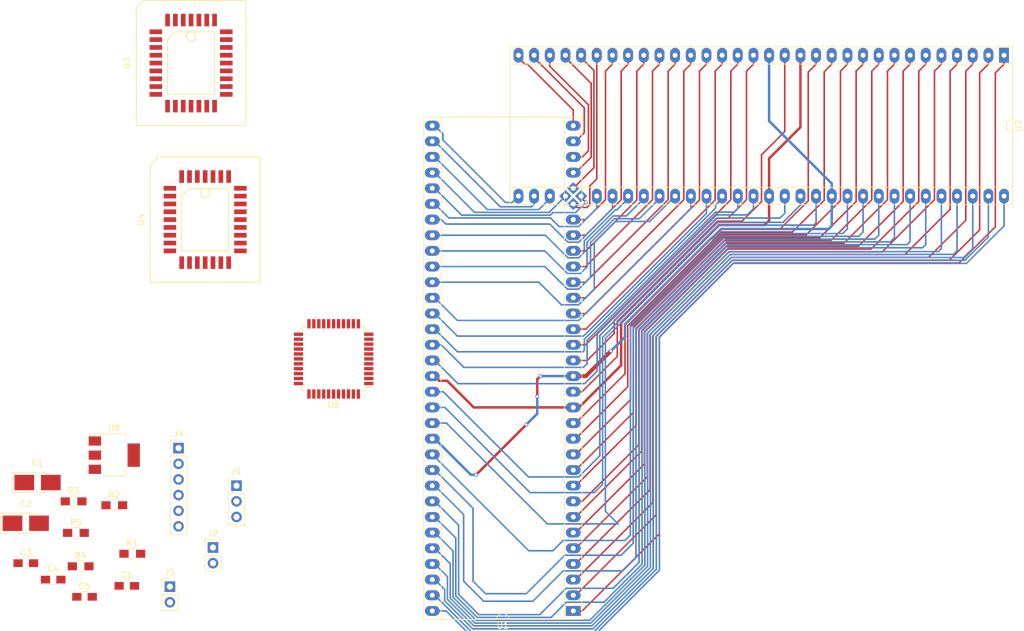
<source format=kicad_pcb>
(kicad_pcb (version 4) (host pcbnew 4.0.7)

  (general
    (links 196)
    (no_connects 91)
    (area 101.778999 59.868999 199.719001 157.047001)
    (thickness 1.6)
    (drawings 0)
    (tracks 553)
    (zones 0)
    (modules 21)
    (nets 80)
  )

  (page A4)
  (title_block
    (title "68000 Relocator")
    (date 05/07/2017)
    (rev v1.0)
    (company AwesomeInferno)
    (comment 1 http://www.github.com/awesomeinferno)
    (comment 2 "Shifts a 68000 processor socket up and 90 degrees counter-clockwise")
  )

  (layers
    (0 F.Cu signal)
    (31 B.Cu signal hide)
    (32 B.Adhes user hide)
    (33 F.Adhes user hide)
    (34 B.Paste user hide)
    (35 F.Paste user hide)
    (36 B.SilkS user hide)
    (37 F.SilkS user)
    (38 B.Mask user hide)
    (39 F.Mask user hide)
    (40 Dwgs.User user)
    (41 Cmts.User user hide)
    (42 Eco1.User user hide)
    (43 Eco2.User user hide)
    (44 Edge.Cuts user)
    (45 Margin user hide)
    (46 B.CrtYd user hide)
    (47 F.CrtYd user hide)
    (48 B.Fab user hide)
    (49 F.Fab user hide)
  )

  (setup
    (last_trace_width 0.254)
    (trace_clearance 0.2032)
    (zone_clearance 0.508)
    (zone_45_only no)
    (trace_min 0.2)
    (segment_width 0.2)
    (edge_width 0.15)
    (via_size 0.635)
    (via_drill 0.4064)
    (via_min_size 0.4)
    (via_min_drill 0.3)
    (uvia_size 0.254)
    (uvia_drill 0.1016)
    (uvias_allowed no)
    (uvia_min_size 0.2)
    (uvia_min_drill 0.1)
    (pcb_text_width 0.3)
    (pcb_text_size 1.5 1.5)
    (mod_edge_width 0.15)
    (mod_text_size 1 1)
    (mod_text_width 0.15)
    (pad_size 1.4 1.4)
    (pad_drill 0.8)
    (pad_to_mask_clearance 0.2)
    (aux_axis_origin 127.762 152.654)
    (grid_origin 127.762 152.654)
    (visible_elements 7FFFFFFF)
    (pcbplotparams
      (layerselection 0x030e0_80000001)
      (usegerberextensions true)
      (excludeedgelayer true)
      (linewidth 0.100000)
      (plotframeref false)
      (viasonmask false)
      (mode 1)
      (useauxorigin false)
      (hpglpennumber 1)
      (hpglpenspeed 20)
      (hpglpendiameter 15)
      (hpglpenoverlay 2)
      (psnegative false)
      (psa4output false)
      (plotreference true)
      (plotvalue true)
      (plotinvisibletext false)
      (padsonsilk false)
      (subtractmaskfromsilk false)
      (outputformat 1)
      (mirror false)
      (drillshape 0)
      (scaleselection 1)
      (outputdirectory ""))
  )

  (net 0 "")
  (net 1 /D4)
  (net 2 /A5)
  (net 3 /D3)
  (net 4 /A6)
  (net 5 /D2)
  (net 6 /A7)
  (net 7 /D1)
  (net 8 /A8)
  (net 9 /D0)
  (net 10 /A9)
  (net 11 /A10)
  (net 12 /UDS)
  (net 13 /A11)
  (net 14 /LDS)
  (net 15 /A12)
  (net 16 /R/W)
  (net 17 /A13)
  (net 18 /DTACK)
  (net 19 /A14)
  (net 20 /BG)
  (net 21 /A15)
  (net 22 /BGACK)
  (net 23 /A16)
  (net 24 /BR)
  (net 25 /A17)
  (net 26 VCC)
  (net 27 /A18)
  (net 28 /CLK)
  (net 29 /A19)
  (net 30 GND)
  (net 31 /A20)
  (net 32 /HALT)
  (net 33 /RESET)
  (net 34 /A21)
  (net 35 /VMA)
  (net 36 /A22)
  (net 37 /E)
  (net 38 /A23)
  (net 39 /VPA)
  (net 40 /BERR)
  (net 41 /D15)
  (net 42 /IPL2)
  (net 43 /D14)
  (net 44 /IPL1)
  (net 45 /D13)
  (net 46 /IPL0)
  (net 47 /D12)
  (net 48 /FC2)
  (net 49 /D11)
  (net 50 /FC1)
  (net 51 /D10)
  (net 52 /FC0)
  (net 53 /D9)
  (net 54 /A1)
  (net 55 /D8)
  (net 56 /A2)
  (net 57 /D7)
  (net 58 /A3)
  (net 59 /D6)
  (net 60 /A4)
  (net 61 /D5)
  (net 62 +3V3)
  (net 63 /FLASH_A18)
  (net 64 /PROGRAM)
  (net 65 /1MEG)
  (net 66 /TCK)
  (net 67 /TDO)
  (net 68 /TDI)
  (net 69 /TMS)
  (net 70 /MB_AS)
  (net 71 /CPU_AS)
  (net 72 "Net-(U3-Pad24)")
  (net 73 "Net-(U3-Pad31)")
  (net 74 "Net-(U4-Pad24)")
  (net 75 "Net-(U4-Pad31)")
  (net 76 /ROM0_WR)
  (net 77 /ROM0_RD)
  (net 78 /ROM1_WR)
  (net 79 /ROM1_RD)

  (net_class Default "This is the default net class."
    (clearance 0.2032)
    (trace_width 0.254)
    (via_dia 0.635)
    (via_drill 0.4064)
    (uvia_dia 0.254)
    (uvia_drill 0.1016)
    (add_net +3V3)
    (add_net /1MEG)
    (add_net /A1)
    (add_net /A10)
    (add_net /A11)
    (add_net /A12)
    (add_net /A13)
    (add_net /A14)
    (add_net /A15)
    (add_net /A16)
    (add_net /A17)
    (add_net /A18)
    (add_net /A19)
    (add_net /A2)
    (add_net /A20)
    (add_net /A21)
    (add_net /A22)
    (add_net /A23)
    (add_net /A3)
    (add_net /A4)
    (add_net /A5)
    (add_net /A6)
    (add_net /A7)
    (add_net /A8)
    (add_net /A9)
    (add_net /BERR)
    (add_net /BG)
    (add_net /BGACK)
    (add_net /BR)
    (add_net /CLK)
    (add_net /CPU_AS)
    (add_net /D0)
    (add_net /D1)
    (add_net /D10)
    (add_net /D11)
    (add_net /D12)
    (add_net /D13)
    (add_net /D14)
    (add_net /D15)
    (add_net /D2)
    (add_net /D3)
    (add_net /D4)
    (add_net /D5)
    (add_net /D6)
    (add_net /D7)
    (add_net /D8)
    (add_net /D9)
    (add_net /DTACK)
    (add_net /E)
    (add_net /FC0)
    (add_net /FC1)
    (add_net /FC2)
    (add_net /FLASH_A18)
    (add_net /HALT)
    (add_net /IPL0)
    (add_net /IPL1)
    (add_net /IPL2)
    (add_net /LDS)
    (add_net /MB_AS)
    (add_net /PROGRAM)
    (add_net /R/W)
    (add_net /RESET)
    (add_net /ROM0_RD)
    (add_net /ROM0_WR)
    (add_net /ROM1_RD)
    (add_net /ROM1_WR)
    (add_net /TCK)
    (add_net /TDI)
    (add_net /TDO)
    (add_net /TMS)
    (add_net /UDS)
    (add_net /VMA)
    (add_net /VPA)
    (add_net "Net-(U3-Pad24)")
    (add_net "Net-(U3-Pad31)")
    (add_net "Net-(U4-Pad24)")
    (add_net "Net-(U4-Pad31)")
  )

  (net_class PWR ""
    (clearance 0.2032)
    (trace_width 0.635)
    (via_dia 0.635)
    (via_drill 0.4064)
    (uvia_dia 0.254)
    (uvia_drill 0.1016)
    (add_net GND)
    (add_net VCC)
  )

  (module Housings_DIP:DIP-64_W22.86mm_Socket_LongPads (layer F.Cu) (tedit 596290EC) (tstamp 595AC21A)
    (at 197.612 62.484 270)
    (descr "64-lead dip package, row spacing 22.86 mm (900 mils), Socket, LongPads")
    (tags "DIL DIP PDIP 2.54mm 22.86mm 900mil Socket LongPads")
    (path /595AB1EC)
    (fp_text reference U2 (at 11.43 -2.39 270) (layer F.SilkS)
      (effects (font (size 1 1) (thickness 0.15)))
    )
    (fp_text value 68000D (at 11.43 81.13 270) (layer F.Fab)
      (effects (font (size 1 1) (thickness 0.15)))
    )
    (fp_arc (start 11.43 -1.39) (end 10.43 -1.39) (angle -180) (layer F.SilkS) (width 0.12))
    (fp_line (start 1.255 -1.27) (end 22.605 -1.27) (layer F.Fab) (width 0.1))
    (fp_line (start 22.605 -1.27) (end 22.605 80.01) (layer F.Fab) (width 0.1))
    (fp_line (start 22.605 80.01) (end 0.255 80.01) (layer F.Fab) (width 0.1))
    (fp_line (start 0.255 80.01) (end 0.255 -0.27) (layer F.Fab) (width 0.1))
    (fp_line (start 0.255 -0.27) (end 1.255 -1.27) (layer F.Fab) (width 0.1))
    (fp_line (start -1.27 -1.27) (end -1.27 80.01) (layer F.Fab) (width 0.1))
    (fp_line (start -1.27 80.01) (end 24.13 80.01) (layer F.Fab) (width 0.1))
    (fp_line (start 24.13 80.01) (end 24.13 -1.27) (layer F.Fab) (width 0.1))
    (fp_line (start 24.13 -1.27) (end -1.27 -1.27) (layer F.Fab) (width 0.1))
    (fp_line (start 10.43 -1.39) (end 1.44 -1.39) (layer F.SilkS) (width 0.12))
    (fp_line (start 1.44 -1.39) (end 1.44 80.13) (layer F.SilkS) (width 0.12))
    (fp_line (start 1.44 80.13) (end 21.42 80.13) (layer F.SilkS) (width 0.12))
    (fp_line (start 21.42 80.13) (end 21.42 -1.39) (layer F.SilkS) (width 0.12))
    (fp_line (start 21.42 -1.39) (end 12.43 -1.39) (layer F.SilkS) (width 0.12))
    (fp_line (start -1.39 -1.39) (end -1.39 80.13) (layer F.SilkS) (width 0.12))
    (fp_line (start -1.39 80.13) (end 24.25 80.13) (layer F.SilkS) (width 0.12))
    (fp_line (start 24.25 80.13) (end 24.25 -1.39) (layer F.SilkS) (width 0.12))
    (fp_line (start 24.25 -1.39) (end -1.39 -1.39) (layer F.SilkS) (width 0.12))
    (fp_line (start -1.7 -1.7) (end -1.7 80.4) (layer F.CrtYd) (width 0.05))
    (fp_line (start -1.7 80.4) (end 24.5 80.4) (layer F.CrtYd) (width 0.05))
    (fp_line (start 24.5 80.4) (end 24.5 -1.7) (layer F.CrtYd) (width 0.05))
    (fp_line (start 24.5 -1.7) (end -1.7 -1.7) (layer F.CrtYd) (width 0.05))
    (pad 1 thru_hole rect (at 0 0 270) (size 2.4 1.6) (drill 0.8) (layers *.Cu *.Mask)
      (net 1 /D4))
    (pad 33 thru_hole oval (at 22.86 78.74 270) (size 2.4 1.6) (drill 0.8) (layers *.Cu *.Mask)
      (net 2 /A5))
    (pad 2 thru_hole oval (at 0 2.54 270) (size 2.4 1.6) (drill 0.8) (layers *.Cu *.Mask)
      (net 3 /D3))
    (pad 34 thru_hole oval (at 22.86 76.2 270) (size 2.4 1.6) (drill 0.8) (layers *.Cu *.Mask)
      (net 4 /A6))
    (pad 3 thru_hole oval (at 0 5.08 270) (size 2.4 1.6) (drill 0.8) (layers *.Cu *.Mask)
      (net 5 /D2))
    (pad 35 thru_hole oval (at 22.86 73.66 270) (size 2.4 1.6) (drill 0.8) (layers *.Cu *.Mask)
      (net 6 /A7))
    (pad 4 thru_hole oval (at 0 7.62 270) (size 2.4 1.6) (drill 0.8) (layers *.Cu *.Mask)
      (net 7 /D1))
    (pad 36 thru_hole trapezoid (at 22.86 71.12 315) (size 1.4 1.4) (drill 0.8) (layers *.Cu *.Mask)
      (net 8 /A8))
    (pad 5 thru_hole oval (at 0 10.16 270) (size 2.4 1.6) (drill 0.8) (layers *.Cu *.Mask)
      (net 9 /D0))
    (pad 37 thru_hole trapezoid (at 22.86 68.58 315) (size 1.4 1.4) (drill 0.8) (layers *.Cu *.Mask)
      (net 10 /A9))
    (pad 6 thru_hole oval (at 0 12.7 270) (size 2.4 1.6) (drill 0.8) (layers *.Cu *.Mask)
      (net 71 /CPU_AS))
    (pad 38 thru_hole oval (at 22.86 66.04 270) (size 2.4 1.6) (drill 0.8) (layers *.Cu *.Mask)
      (net 11 /A10))
    (pad 7 thru_hole oval (at 0 15.24 270) (size 2.4 1.6) (drill 0.8) (layers *.Cu *.Mask)
      (net 12 /UDS))
    (pad 39 thru_hole oval (at 22.86 63.5 270) (size 2.4 1.6) (drill 0.8) (layers *.Cu *.Mask)
      (net 13 /A11))
    (pad 8 thru_hole oval (at 0 17.78 270) (size 2.4 1.6) (drill 0.8) (layers *.Cu *.Mask)
      (net 14 /LDS))
    (pad 40 thru_hole oval (at 22.86 60.96 270) (size 2.4 1.6) (drill 0.8) (layers *.Cu *.Mask)
      (net 15 /A12))
    (pad 9 thru_hole oval (at 0 20.32 270) (size 2.4 1.6) (drill 0.8) (layers *.Cu *.Mask)
      (net 16 /R/W))
    (pad 41 thru_hole oval (at 22.86 58.42 270) (size 2.4 1.6) (drill 0.8) (layers *.Cu *.Mask)
      (net 17 /A13))
    (pad 10 thru_hole oval (at 0 22.86 270) (size 2.4 1.6) (drill 0.8) (layers *.Cu *.Mask)
      (net 18 /DTACK))
    (pad 42 thru_hole oval (at 22.86 55.88 270) (size 2.4 1.6) (drill 0.8) (layers *.Cu *.Mask)
      (net 19 /A14))
    (pad 11 thru_hole oval (at 0 25.4 270) (size 2.4 1.6) (drill 0.8) (layers *.Cu *.Mask)
      (net 20 /BG))
    (pad 43 thru_hole oval (at 22.86 53.34 270) (size 2.4 1.6) (drill 0.8) (layers *.Cu *.Mask)
      (net 21 /A15))
    (pad 12 thru_hole oval (at 0 27.94 270) (size 2.4 1.6) (drill 0.8) (layers *.Cu *.Mask)
      (net 22 /BGACK))
    (pad 44 thru_hole oval (at 22.86 50.8 270) (size 2.4 1.6) (drill 0.8) (layers *.Cu *.Mask)
      (net 23 /A16))
    (pad 13 thru_hole oval (at 0 30.48 270) (size 2.4 1.6) (drill 0.8) (layers *.Cu *.Mask)
      (net 24 /BR))
    (pad 45 thru_hole oval (at 22.86 48.26 270) (size 2.4 1.6) (drill 0.8) (layers *.Cu *.Mask)
      (net 25 /A17))
    (pad 14 thru_hole oval (at 0 33.02 270) (size 2.4 1.6) (drill 0.8) (layers *.Cu *.Mask)
      (net 26 VCC))
    (pad 46 thru_hole oval (at 22.86 45.72 270) (size 2.4 1.6) (drill 0.8) (layers *.Cu *.Mask)
      (net 27 /A18))
    (pad 15 thru_hole oval (at 0 35.56 270) (size 2.4 1.6) (drill 0.8) (layers *.Cu *.Mask)
      (net 28 /CLK))
    (pad 47 thru_hole oval (at 22.86 43.18 270) (size 2.4 1.6) (drill 0.8) (layers *.Cu *.Mask)
      (net 29 /A19))
    (pad 16 thru_hole oval (at 0 38.1 270) (size 2.4 1.6) (drill 0.8) (layers *.Cu *.Mask)
      (net 30 GND))
    (pad 48 thru_hole oval (at 22.86 40.64 270) (size 2.4 1.6) (drill 0.8) (layers *.Cu *.Mask)
      (net 31 /A20))
    (pad 17 thru_hole oval (at 0 40.64 270) (size 2.4 1.6) (drill 0.8) (layers *.Cu *.Mask)
      (net 32 /HALT))
    (pad 49 thru_hole oval (at 22.86 38.1 270) (size 2.4 1.6) (drill 0.8) (layers *.Cu *.Mask)
      (net 26 VCC))
    (pad 18 thru_hole oval (at 0 43.18 270) (size 2.4 1.6) (drill 0.8) (layers *.Cu *.Mask)
      (net 33 /RESET))
    (pad 50 thru_hole oval (at 22.86 35.56 270) (size 2.4 1.6) (drill 0.8) (layers *.Cu *.Mask)
      (net 34 /A21))
    (pad 19 thru_hole oval (at 0 45.72 270) (size 2.4 1.6) (drill 0.8) (layers *.Cu *.Mask)
      (net 35 /VMA))
    (pad 51 thru_hole oval (at 22.86 33.02 270) (size 2.4 1.6) (drill 0.8) (layers *.Cu *.Mask)
      (net 36 /A22))
    (pad 20 thru_hole oval (at 0 48.26 270) (size 2.4 1.6) (drill 0.8) (layers *.Cu *.Mask)
      (net 37 /E))
    (pad 52 thru_hole oval (at 22.86 30.48 270) (size 2.4 1.6) (drill 0.8) (layers *.Cu *.Mask)
      (net 38 /A23))
    (pad 21 thru_hole oval (at 0 50.8 270) (size 2.4 1.6) (drill 0.8) (layers *.Cu *.Mask)
      (net 39 /VPA))
    (pad 53 thru_hole oval (at 22.86 27.94 270) (size 2.4 1.6) (drill 0.8) (layers *.Cu *.Mask)
      (net 30 GND))
    (pad 22 thru_hole oval (at 0 53.34 270) (size 2.4 1.6) (drill 0.8) (layers *.Cu *.Mask)
      (net 40 /BERR))
    (pad 54 thru_hole oval (at 22.86 25.4 270) (size 2.4 1.6) (drill 0.8) (layers *.Cu *.Mask)
      (net 41 /D15))
    (pad 23 thru_hole oval (at 0 55.88 270) (size 2.4 1.6) (drill 0.8) (layers *.Cu *.Mask)
      (net 42 /IPL2))
    (pad 55 thru_hole oval (at 22.86 22.86 270) (size 2.4 1.6) (drill 0.8) (layers *.Cu *.Mask)
      (net 43 /D14))
    (pad 24 thru_hole oval (at 0 58.42 270) (size 2.4 1.6) (drill 0.8) (layers *.Cu *.Mask)
      (net 44 /IPL1))
    (pad 56 thru_hole oval (at 22.86 20.32 270) (size 2.4 1.6) (drill 0.8) (layers *.Cu *.Mask)
      (net 45 /D13))
    (pad 25 thru_hole oval (at 0 60.96 270) (size 2.4 1.6) (drill 0.8) (layers *.Cu *.Mask)
      (net 46 /IPL0))
    (pad 57 thru_hole oval (at 22.86 17.78 270) (size 2.4 1.6) (drill 0.8) (layers *.Cu *.Mask)
      (net 47 /D12))
    (pad 26 thru_hole oval (at 0 63.5 270) (size 2.4 1.6) (drill 0.8) (layers *.Cu *.Mask)
      (net 48 /FC2))
    (pad 58 thru_hole oval (at 22.86 15.24 270) (size 2.4 1.6) (drill 0.8) (layers *.Cu *.Mask)
      (net 49 /D11))
    (pad 27 thru_hole oval (at 0 66.04 270) (size 2.4 1.6) (drill 0.8) (layers *.Cu *.Mask)
      (net 50 /FC1))
    (pad 59 thru_hole oval (at 22.86 12.7 270) (size 2.4 1.6) (drill 0.8) (layers *.Cu *.Mask)
      (net 51 /D10))
    (pad 28 thru_hole oval (at 0 68.58 270) (size 2.4 1.6) (drill 0.8) (layers *.Cu *.Mask)
      (net 52 /FC0))
    (pad 60 thru_hole oval (at 22.86 10.16 270) (size 2.4 1.6) (drill 0.8) (layers *.Cu *.Mask)
      (net 53 /D9))
    (pad 29 thru_hole oval (at 0 71.12 270) (size 2.4 1.6) (drill 0.8) (layers *.Cu *.Mask)
      (net 54 /A1))
    (pad 61 thru_hole oval (at 22.86 7.62 270) (size 2.4 1.6) (drill 0.8) (layers *.Cu *.Mask)
      (net 55 /D8))
    (pad 30 thru_hole oval (at 0 73.66 270) (size 2.4 1.6) (drill 0.8) (layers *.Cu *.Mask)
      (net 56 /A2))
    (pad 62 thru_hole oval (at 22.86 5.08 270) (size 2.4 1.6) (drill 0.8) (layers *.Cu *.Mask)
      (net 57 /D7))
    (pad 31 thru_hole oval (at 0 76.2 270) (size 2.4 1.6) (drill 0.8) (layers *.Cu *.Mask)
      (net 58 /A3))
    (pad 63 thru_hole oval (at 22.86 2.54 270) (size 2.4 1.6) (drill 0.8) (layers *.Cu *.Mask)
      (net 59 /D6))
    (pad 32 thru_hole oval (at 0 78.74 270) (size 2.4 1.6) (drill 0.8) (layers *.Cu *.Mask)
      (net 60 /A4))
    (pad 64 thru_hole oval (at 22.86 0 270) (size 2.4 1.6) (drill 0.8) (layers *.Cu *.Mask)
      (net 61 /D5))
    (model Housings_DIP.3dshapes/DIP-64_W22.86mm_Socket_LongPads.wrl
      (at (xyz 0 0 0))
      (scale (xyz 1 1 1))
      (rotate (xyz 0 0 0))
    )
  )

  (module Housings_DIP:DIP-64_W22.86mm_Socket_LongPads (layer F.Cu) (tedit 596D02FE) (tstamp 595AC1D6)
    (at 127.762 152.654 180)
    (descr "64-lead dip package, row spacing 22.86 mm (900 mils), Socket, LongPads")
    (tags "DIL DIP PDIP 2.54mm 22.86mm 900mil Socket LongPads")
    (path /595AB19F)
    (fp_text reference U1 (at 11.43 -2.39 180) (layer F.SilkS)
      (effects (font (size 1 1) (thickness 0.15)))
    )
    (fp_text value 68000D (at 11.43 81.13 180) (layer F.Fab)
      (effects (font (size 1 1) (thickness 0.15)))
    )
    (fp_arc (start 11.43 -1.39) (end 10.43 -1.39) (angle -180) (layer F.SilkS) (width 0.12))
    (fp_line (start 1.255 -1.27) (end 22.605 -1.27) (layer F.Fab) (width 0.1))
    (fp_line (start 22.605 -1.27) (end 22.605 80.01) (layer F.Fab) (width 0.1))
    (fp_line (start 22.605 80.01) (end 0.255 80.01) (layer F.Fab) (width 0.1))
    (fp_line (start 0.255 80.01) (end 0.255 -0.27) (layer F.Fab) (width 0.1))
    (fp_line (start 0.255 -0.27) (end 1.255 -1.27) (layer F.Fab) (width 0.1))
    (fp_line (start -1.27 -1.27) (end -1.27 80.01) (layer F.Fab) (width 0.1))
    (fp_line (start -1.27 80.01) (end 24.13 80.01) (layer F.Fab) (width 0.1))
    (fp_line (start 24.13 80.01) (end 24.13 -1.27) (layer F.Fab) (width 0.1))
    (fp_line (start 24.13 -1.27) (end -1.27 -1.27) (layer F.Fab) (width 0.1))
    (fp_line (start 10.43 -1.39) (end 1.44 -1.39) (layer F.SilkS) (width 0.12))
    (fp_line (start 1.44 -1.39) (end 1.44 80.13) (layer F.SilkS) (width 0.12))
    (fp_line (start 1.44 80.13) (end 21.42 80.13) (layer F.SilkS) (width 0.12))
    (fp_line (start 21.42 80.13) (end 21.42 -1.39) (layer F.SilkS) (width 0.12))
    (fp_line (start 21.42 -1.39) (end 12.43 -1.39) (layer F.SilkS) (width 0.12))
    (fp_line (start -1.39 -1.39) (end -1.39 80.13) (layer F.SilkS) (width 0.12))
    (fp_line (start -1.39 80.13) (end 24.25 80.13) (layer F.SilkS) (width 0.12))
    (fp_line (start 24.25 80.13) (end 24.25 -1.39) (layer F.SilkS) (width 0.12))
    (fp_line (start 24.25 -1.39) (end -1.39 -1.39) (layer F.SilkS) (width 0.12))
    (fp_line (start -1.7 -1.7) (end -1.7 80.4) (layer F.CrtYd) (width 0.05))
    (fp_line (start -1.7 80.4) (end 24.5 80.4) (layer F.CrtYd) (width 0.05))
    (fp_line (start 24.5 80.4) (end 24.5 -1.7) (layer F.CrtYd) (width 0.05))
    (fp_line (start 24.5 -1.7) (end -1.7 -1.7) (layer F.CrtYd) (width 0.05))
    (pad 1 thru_hole rect (at 0 0 180) (size 2.4 1.6) (drill 0.8) (layers *.Cu *.Mask)
      (net 1 /D4))
    (pad 33 thru_hole oval (at 22.86 78.74 180) (size 2.4 1.6) (drill 0.8) (layers *.Cu *.Mask)
      (net 2 /A5))
    (pad 2 thru_hole oval (at 0 2.54 180) (size 2.4 1.6) (drill 0.8) (layers *.Cu *.Mask)
      (net 3 /D3))
    (pad 34 thru_hole oval (at 22.86 76.2 180) (size 2.4 1.6) (drill 0.8) (layers *.Cu *.Mask)
      (net 4 /A6))
    (pad 3 thru_hole oval (at 0 5.08 180) (size 2.4 1.6) (drill 0.8) (layers *.Cu *.Mask)
      (net 5 /D2))
    (pad 35 thru_hole oval (at 22.86 73.66 180) (size 2.4 1.6) (drill 0.8) (layers *.Cu *.Mask)
      (net 6 /A7))
    (pad 4 thru_hole oval (at 0 7.62 180) (size 2.4 1.6) (drill 0.8) (layers *.Cu *.Mask)
      (net 7 /D1))
    (pad 36 thru_hole oval (at 22.86 71.12 180) (size 2.4 1.6) (drill 0.8) (layers *.Cu *.Mask)
      (net 8 /A8))
    (pad 5 thru_hole oval (at 0 10.16 180) (size 2.4 1.6) (drill 0.8) (layers *.Cu *.Mask)
      (net 9 /D0))
    (pad 37 thru_hole oval (at 22.86 68.58 180) (size 2.4 1.6) (drill 0.8) (layers *.Cu *.Mask)
      (net 10 /A9))
    (pad 6 thru_hole oval (at 0 12.7 180) (size 2.4 1.6) (drill 0.8) (layers *.Cu *.Mask)
      (net 70 /MB_AS))
    (pad 38 thru_hole oval (at 22.86 66.04 180) (size 2.4 1.6) (drill 0.8) (layers *.Cu *.Mask)
      (net 11 /A10))
    (pad 7 thru_hole oval (at 0 15.24 180) (size 2.4 1.6) (drill 0.8) (layers *.Cu *.Mask)
      (net 12 /UDS))
    (pad 39 thru_hole oval (at 22.86 63.5 180) (size 2.4 1.6) (drill 0.8) (layers *.Cu *.Mask)
      (net 13 /A11))
    (pad 8 thru_hole oval (at 0 17.78 180) (size 2.4 1.6) (drill 0.8) (layers *.Cu *.Mask)
      (net 14 /LDS))
    (pad 40 thru_hole oval (at 22.86 60.96 180) (size 2.4 1.6) (drill 0.8) (layers *.Cu *.Mask)
      (net 15 /A12))
    (pad 9 thru_hole oval (at 0 20.32 180) (size 2.4 1.6) (drill 0.8) (layers *.Cu *.Mask)
      (net 16 /R/W))
    (pad 41 thru_hole oval (at 22.86 58.42 180) (size 2.4 1.6) (drill 0.8) (layers *.Cu *.Mask)
      (net 17 /A13))
    (pad 10 thru_hole oval (at 0 22.86 180) (size 2.4 1.6) (drill 0.8) (layers *.Cu *.Mask)
      (net 18 /DTACK))
    (pad 42 thru_hole oval (at 22.86 55.88 180) (size 2.4 1.6) (drill 0.8) (layers *.Cu *.Mask)
      (net 19 /A14))
    (pad 11 thru_hole oval (at 0 25.4 180) (size 2.4 1.6) (drill 0.8) (layers *.Cu *.Mask)
      (net 20 /BG))
    (pad 43 thru_hole oval (at 22.86 53.34 180) (size 2.4 1.6) (drill 0.8) (layers *.Cu *.Mask)
      (net 21 /A15))
    (pad 12 thru_hole oval (at 0 27.94 180) (size 2.4 1.6) (drill 0.8) (layers *.Cu *.Mask)
      (net 22 /BGACK))
    (pad 44 thru_hole oval (at 22.86 50.8 180) (size 2.4 1.6) (drill 0.8) (layers *.Cu *.Mask)
      (net 23 /A16))
    (pad 13 thru_hole oval (at 0 30.48 180) (size 2.4 1.6) (drill 0.8) (layers *.Cu *.Mask)
      (net 24 /BR))
    (pad 45 thru_hole oval (at 22.86 48.26 180) (size 2.4 1.6) (drill 0.8) (layers *.Cu *.Mask)
      (net 25 /A17))
    (pad 14 thru_hole oval (at 0 33.02 180) (size 2.4 1.6) (drill 0.8) (layers *.Cu *.Mask)
      (net 26 VCC))
    (pad 46 thru_hole oval (at 22.86 45.72 180) (size 2.4 1.6) (drill 0.8) (layers *.Cu *.Mask)
      (net 27 /A18))
    (pad 15 thru_hole oval (at 0 35.56 180) (size 2.4 1.6) (drill 0.8) (layers *.Cu *.Mask)
      (net 28 /CLK))
    (pad 47 thru_hole oval (at 22.86 43.18 180) (size 2.4 1.6) (drill 0.8) (layers *.Cu *.Mask)
      (net 29 /A19))
    (pad 16 thru_hole oval (at 0 38.1 180) (size 2.4 1.6) (drill 0.8) (layers *.Cu *.Mask)
      (net 30 GND))
    (pad 48 thru_hole oval (at 22.86 40.64 180) (size 2.4 1.6) (drill 0.8) (layers *.Cu *.Mask)
      (net 31 /A20))
    (pad 17 thru_hole oval (at 0 40.64 180) (size 2.4 1.6) (drill 0.8) (layers *.Cu *.Mask)
      (net 32 /HALT))
    (pad 49 thru_hole oval (at 22.86 38.1 180) (size 2.4 1.6) (drill 0.8) (layers *.Cu *.Mask)
      (net 26 VCC))
    (pad 18 thru_hole oval (at 0 43.18 180) (size 2.4 1.6) (drill 0.8) (layers *.Cu *.Mask)
      (net 33 /RESET))
    (pad 50 thru_hole oval (at 22.86 35.56 180) (size 2.4 1.6) (drill 0.8) (layers *.Cu *.Mask)
      (net 34 /A21))
    (pad 19 thru_hole oval (at 0 45.72 180) (size 2.4 1.6) (drill 0.8) (layers *.Cu *.Mask)
      (net 35 /VMA))
    (pad 51 thru_hole oval (at 22.86 33.02 180) (size 2.4 1.6) (drill 0.8) (layers *.Cu *.Mask)
      (net 36 /A22))
    (pad 20 thru_hole oval (at 0 48.26 180) (size 2.4 1.6) (drill 0.8) (layers *.Cu *.Mask)
      (net 37 /E))
    (pad 52 thru_hole oval (at 22.86 30.48 180) (size 2.4 1.6) (drill 0.8) (layers *.Cu *.Mask)
      (net 38 /A23))
    (pad 21 thru_hole oval (at 0 50.8 180) (size 2.4 1.6) (drill 0.8) (layers *.Cu *.Mask)
      (net 39 /VPA))
    (pad 53 thru_hole oval (at 22.86 27.94 180) (size 2.4 1.6) (drill 0.8) (layers *.Cu *.Mask)
      (net 30 GND))
    (pad 22 thru_hole oval (at 0 53.34 180) (size 2.4 1.6) (drill 0.8) (layers *.Cu *.Mask)
      (net 40 /BERR))
    (pad 54 thru_hole oval (at 22.86 25.4 180) (size 2.4 1.6) (drill 0.8) (layers *.Cu *.Mask)
      (net 41 /D15))
    (pad 23 thru_hole oval (at 0 55.88 180) (size 2.4 1.6) (drill 0.8) (layers *.Cu *.Mask)
      (net 42 /IPL2))
    (pad 55 thru_hole oval (at 22.86 22.86 180) (size 2.4 1.6) (drill 0.8) (layers *.Cu *.Mask)
      (net 43 /D14))
    (pad 24 thru_hole oval (at 0 58.42 180) (size 2.4 1.6) (drill 0.8) (layers *.Cu *.Mask)
      (net 44 /IPL1))
    (pad 56 thru_hole oval (at 22.86 20.32 180) (size 2.4 1.6) (drill 0.8) (layers *.Cu *.Mask)
      (net 45 /D13))
    (pad 25 thru_hole oval (at 0 60.96 180) (size 2.4 1.6) (drill 0.8) (layers *.Cu *.Mask)
      (net 46 /IPL0))
    (pad 57 thru_hole oval (at 22.86 17.78 180) (size 2.4 1.6) (drill 0.8) (layers *.Cu *.Mask)
      (net 47 /D12))
    (pad 26 thru_hole oval (at 0 63.5 180) (size 2.4 1.6) (drill 0.8) (layers *.Cu *.Mask)
      (net 48 /FC2))
    (pad 58 thru_hole oval (at 22.86 15.24 180) (size 2.4 1.6) (drill 0.8) (layers *.Cu *.Mask)
      (net 49 /D11))
    (pad 27 thru_hole trapezoid (at 0 66.04 225) (size 1.4 1.4) (drill 0.8) (layers *.Cu *.Mask)
      (net 50 /FC1))
    (pad 59 thru_hole oval (at 22.86 12.7 180) (size 2.4 1.6) (drill 0.8) (layers *.Cu *.Mask)
      (net 51 /D10))
    (pad 28 thru_hole trapezoid (at 0 68.58 225) (size 1.4 1.4) (drill 0.8) (layers *.Cu *.Mask)
      (net 52 /FC0))
    (pad 60 thru_hole oval (at 22.86 10.16 180) (size 2.4 1.6) (drill 0.8) (layers *.Cu *.Mask)
      (net 53 /D9))
    (pad 29 thru_hole oval (at 0 71.12 180) (size 2.4 1.6) (drill 0.8) (layers *.Cu *.Mask)
      (net 54 /A1))
    (pad 61 thru_hole oval (at 22.86 7.62 180) (size 2.4 1.6) (drill 0.8) (layers *.Cu *.Mask)
      (net 55 /D8))
    (pad 30 thru_hole oval (at 0 73.66 180) (size 2.4 1.6) (drill 0.8) (layers *.Cu *.Mask)
      (net 56 /A2))
    (pad 62 thru_hole oval (at 22.86 5.08 180) (size 2.4 1.6) (drill 0.8) (layers *.Cu *.Mask)
      (net 57 /D7))
    (pad 31 thru_hole oval (at 0 76.2 180) (size 2.4 1.6) (drill 0.8) (layers *.Cu *.Mask)
      (net 58 /A3))
    (pad 63 thru_hole oval (at 22.86 2.54 180) (size 2.4 1.6) (drill 0.8) (layers *.Cu *.Mask)
      (net 59 /D6))
    (pad 32 thru_hole oval (at 0 78.74 180) (size 2.4 1.6) (drill 0.8) (layers *.Cu *.Mask)
      (net 60 /A4))
    (pad 64 thru_hole oval (at 22.86 0 180) (size 2.4 1.6) (drill 0.8) (layers *.Cu *.Mask)
      (net 61 /D5))
    (model Housings_DIP.3dshapes/DIP-64_W22.86mm_Socket_LongPads.wrl
      (at (xyz 0 0 0))
      (scale (xyz 1 1 1))
      (rotate (xyz 0 0 0))
    )
  )

  (module Capacitors_Tantalum_SMD:CP_Tantalum_Case-B_EIA-3528-21_Hand (layer F.Cu) (tedit 58CC8C08) (tstamp 5BA4F440)
    (at 40.894 131.826)
    (descr "Tantalum capacitor, Case B, EIA 3528-21, 3.5x2.8x1.9mm, Hand soldering footprint")
    (tags "capacitor tantalum smd")
    (path /5B917E41)
    (attr smd)
    (fp_text reference C1 (at 0 -3.15) (layer F.SilkS)
      (effects (font (size 1 1) (thickness 0.15)))
    )
    (fp_text value 10uF (at 0 3.15) (layer F.Fab)
      (effects (font (size 1 1) (thickness 0.15)))
    )
    (fp_text user %R (at 0 0) (layer F.Fab)
      (effects (font (size 0.8 0.8) (thickness 0.12)))
    )
    (fp_line (start -4.15 -1.75) (end -4.15 1.75) (layer F.CrtYd) (width 0.05))
    (fp_line (start -4.15 1.75) (end 4.15 1.75) (layer F.CrtYd) (width 0.05))
    (fp_line (start 4.15 1.75) (end 4.15 -1.75) (layer F.CrtYd) (width 0.05))
    (fp_line (start 4.15 -1.75) (end -4.15 -1.75) (layer F.CrtYd) (width 0.05))
    (fp_line (start -1.75 -1.4) (end -1.75 1.4) (layer F.Fab) (width 0.1))
    (fp_line (start -1.75 1.4) (end 1.75 1.4) (layer F.Fab) (width 0.1))
    (fp_line (start 1.75 1.4) (end 1.75 -1.4) (layer F.Fab) (width 0.1))
    (fp_line (start 1.75 -1.4) (end -1.75 -1.4) (layer F.Fab) (width 0.1))
    (fp_line (start -1.4 -1.4) (end -1.4 1.4) (layer F.Fab) (width 0.1))
    (fp_line (start -1.225 -1.4) (end -1.225 1.4) (layer F.Fab) (width 0.1))
    (fp_line (start -4.05 -1.65) (end 1.75 -1.65) (layer F.SilkS) (width 0.12))
    (fp_line (start -4.05 1.65) (end 1.75 1.65) (layer F.SilkS) (width 0.12))
    (fp_line (start -4.05 -1.65) (end -4.05 1.65) (layer F.SilkS) (width 0.12))
    (pad 1 smd rect (at -2.15 0) (size 3.2 2.5) (layers F.Cu F.Paste F.Mask)
      (net 26 VCC))
    (pad 2 smd rect (at 2.15 0) (size 3.2 2.5) (layers F.Cu F.Paste F.Mask)
      (net 30 GND))
    (model Capacitors_Tantalum_SMD.3dshapes/CP_Tantalum_Case-B_EIA-3528-21.wrl
      (at (xyz 0 0 0))
      (scale (xyz 1 1 1))
      (rotate (xyz 0 0 0))
    )
  )

  (module Capacitors_Tantalum_SMD:CP_Tantalum_Case-B_EIA-3528-21_Hand (layer F.Cu) (tedit 58CC8C08) (tstamp 5BA4F454)
    (at 38.98 138.43)
    (descr "Tantalum capacitor, Case B, EIA 3528-21, 3.5x2.8x1.9mm, Hand soldering footprint")
    (tags "capacitor tantalum smd")
    (path /5B917EAC)
    (attr smd)
    (fp_text reference C2 (at 0 -3.15) (layer F.SilkS)
      (effects (font (size 1 1) (thickness 0.15)))
    )
    (fp_text value 10uF (at 0 3.15) (layer F.Fab)
      (effects (font (size 1 1) (thickness 0.15)))
    )
    (fp_text user %R (at 0 0) (layer F.Fab)
      (effects (font (size 0.8 0.8) (thickness 0.12)))
    )
    (fp_line (start -4.15 -1.75) (end -4.15 1.75) (layer F.CrtYd) (width 0.05))
    (fp_line (start -4.15 1.75) (end 4.15 1.75) (layer F.CrtYd) (width 0.05))
    (fp_line (start 4.15 1.75) (end 4.15 -1.75) (layer F.CrtYd) (width 0.05))
    (fp_line (start 4.15 -1.75) (end -4.15 -1.75) (layer F.CrtYd) (width 0.05))
    (fp_line (start -1.75 -1.4) (end -1.75 1.4) (layer F.Fab) (width 0.1))
    (fp_line (start -1.75 1.4) (end 1.75 1.4) (layer F.Fab) (width 0.1))
    (fp_line (start 1.75 1.4) (end 1.75 -1.4) (layer F.Fab) (width 0.1))
    (fp_line (start 1.75 -1.4) (end -1.75 -1.4) (layer F.Fab) (width 0.1))
    (fp_line (start -1.4 -1.4) (end -1.4 1.4) (layer F.Fab) (width 0.1))
    (fp_line (start -1.225 -1.4) (end -1.225 1.4) (layer F.Fab) (width 0.1))
    (fp_line (start -4.05 -1.65) (end 1.75 -1.65) (layer F.SilkS) (width 0.12))
    (fp_line (start -4.05 1.65) (end 1.75 1.65) (layer F.SilkS) (width 0.12))
    (fp_line (start -4.05 -1.65) (end -4.05 1.65) (layer F.SilkS) (width 0.12))
    (pad 1 smd rect (at -2.15 0) (size 3.2 2.5) (layers F.Cu F.Paste F.Mask)
      (net 62 +3V3))
    (pad 2 smd rect (at 2.15 0) (size 3.2 2.5) (layers F.Cu F.Paste F.Mask)
      (net 30 GND))
    (model Capacitors_Tantalum_SMD.3dshapes/CP_Tantalum_Case-B_EIA-3528-21.wrl
      (at (xyz 0 0 0))
      (scale (xyz 1 1 1))
      (rotate (xyz 0 0 0))
    )
  )

  (module Capacitors_SMD:C_0805_HandSoldering (layer F.Cu) (tedit 58AA84A8) (tstamp 5BA4F465)
    (at 38.989 144.907)
    (descr "Capacitor SMD 0805, hand soldering")
    (tags "capacitor 0805")
    (path /5B917F63)
    (attr smd)
    (fp_text reference C3 (at 0 -1.75) (layer F.SilkS)
      (effects (font (size 1 1) (thickness 0.15)))
    )
    (fp_text value 100nF (at 0 1.75) (layer F.Fab)
      (effects (font (size 1 1) (thickness 0.15)))
    )
    (fp_text user %R (at 0 -1.75) (layer F.Fab)
      (effects (font (size 1 1) (thickness 0.15)))
    )
    (fp_line (start -1 0.62) (end -1 -0.62) (layer F.Fab) (width 0.1))
    (fp_line (start 1 0.62) (end -1 0.62) (layer F.Fab) (width 0.1))
    (fp_line (start 1 -0.62) (end 1 0.62) (layer F.Fab) (width 0.1))
    (fp_line (start -1 -0.62) (end 1 -0.62) (layer F.Fab) (width 0.1))
    (fp_line (start 0.5 -0.85) (end -0.5 -0.85) (layer F.SilkS) (width 0.12))
    (fp_line (start -0.5 0.85) (end 0.5 0.85) (layer F.SilkS) (width 0.12))
    (fp_line (start -2.25 -0.88) (end 2.25 -0.88) (layer F.CrtYd) (width 0.05))
    (fp_line (start -2.25 -0.88) (end -2.25 0.87) (layer F.CrtYd) (width 0.05))
    (fp_line (start 2.25 0.87) (end 2.25 -0.88) (layer F.CrtYd) (width 0.05))
    (fp_line (start 2.25 0.87) (end -2.25 0.87) (layer F.CrtYd) (width 0.05))
    (pad 1 smd rect (at -1.25 0) (size 1.5 1.25) (layers F.Cu F.Paste F.Mask)
      (net 62 +3V3))
    (pad 2 smd rect (at 1.25 0) (size 1.5 1.25) (layers F.Cu F.Paste F.Mask)
      (net 30 GND))
    (model Capacitors_SMD.3dshapes/C_0805.wrl
      (at (xyz 0 0 0))
      (scale (xyz 1 1 1))
      (rotate (xyz 0 0 0))
    )
  )

  (module Capacitors_SMD:C_0805_HandSoldering (layer F.Cu) (tedit 58AA84A8) (tstamp 5BA4F476)
    (at 43.434 147.574)
    (descr "Capacitor SMD 0805, hand soldering")
    (tags "capacitor 0805")
    (path /5B91C3CA)
    (attr smd)
    (fp_text reference C4 (at 0 -1.75) (layer F.SilkS)
      (effects (font (size 1 1) (thickness 0.15)))
    )
    (fp_text value 100nF (at 0 1.75) (layer F.Fab)
      (effects (font (size 1 1) (thickness 0.15)))
    )
    (fp_text user %R (at 0 -1.75) (layer F.Fab)
      (effects (font (size 1 1) (thickness 0.15)))
    )
    (fp_line (start -1 0.62) (end -1 -0.62) (layer F.Fab) (width 0.1))
    (fp_line (start 1 0.62) (end -1 0.62) (layer F.Fab) (width 0.1))
    (fp_line (start 1 -0.62) (end 1 0.62) (layer F.Fab) (width 0.1))
    (fp_line (start -1 -0.62) (end 1 -0.62) (layer F.Fab) (width 0.1))
    (fp_line (start 0.5 -0.85) (end -0.5 -0.85) (layer F.SilkS) (width 0.12))
    (fp_line (start -0.5 0.85) (end 0.5 0.85) (layer F.SilkS) (width 0.12))
    (fp_line (start -2.25 -0.88) (end 2.25 -0.88) (layer F.CrtYd) (width 0.05))
    (fp_line (start -2.25 -0.88) (end -2.25 0.87) (layer F.CrtYd) (width 0.05))
    (fp_line (start 2.25 0.87) (end 2.25 -0.88) (layer F.CrtYd) (width 0.05))
    (fp_line (start 2.25 0.87) (end -2.25 0.87) (layer F.CrtYd) (width 0.05))
    (pad 1 smd rect (at -1.25 0) (size 1.5 1.25) (layers F.Cu F.Paste F.Mask)
      (net 62 +3V3))
    (pad 2 smd rect (at 1.25 0) (size 1.5 1.25) (layers F.Cu F.Paste F.Mask)
      (net 30 GND))
    (model Capacitors_SMD.3dshapes/C_0805.wrl
      (at (xyz 0 0 0))
      (scale (xyz 1 1 1))
      (rotate (xyz 0 0 0))
    )
  )

  (module Capacitors_SMD:C_0805_HandSoldering (layer F.Cu) (tedit 58AA84A8) (tstamp 5BA4F487)
    (at 48.514 150.368)
    (descr "Capacitor SMD 0805, hand soldering")
    (tags "capacitor 0805")
    (path /5B91C40C)
    (attr smd)
    (fp_text reference C5 (at 0 -1.75) (layer F.SilkS)
      (effects (font (size 1 1) (thickness 0.15)))
    )
    (fp_text value 100nF (at 0 1.75) (layer F.Fab)
      (effects (font (size 1 1) (thickness 0.15)))
    )
    (fp_text user %R (at 0 -1.75) (layer F.Fab)
      (effects (font (size 1 1) (thickness 0.15)))
    )
    (fp_line (start -1 0.62) (end -1 -0.62) (layer F.Fab) (width 0.1))
    (fp_line (start 1 0.62) (end -1 0.62) (layer F.Fab) (width 0.1))
    (fp_line (start 1 -0.62) (end 1 0.62) (layer F.Fab) (width 0.1))
    (fp_line (start -1 -0.62) (end 1 -0.62) (layer F.Fab) (width 0.1))
    (fp_line (start 0.5 -0.85) (end -0.5 -0.85) (layer F.SilkS) (width 0.12))
    (fp_line (start -0.5 0.85) (end 0.5 0.85) (layer F.SilkS) (width 0.12))
    (fp_line (start -2.25 -0.88) (end 2.25 -0.88) (layer F.CrtYd) (width 0.05))
    (fp_line (start -2.25 -0.88) (end -2.25 0.87) (layer F.CrtYd) (width 0.05))
    (fp_line (start 2.25 0.87) (end 2.25 -0.88) (layer F.CrtYd) (width 0.05))
    (fp_line (start 2.25 0.87) (end -2.25 0.87) (layer F.CrtYd) (width 0.05))
    (pad 1 smd rect (at -1.25 0) (size 1.5 1.25) (layers F.Cu F.Paste F.Mask)
      (net 26 VCC))
    (pad 2 smd rect (at 1.25 0) (size 1.5 1.25) (layers F.Cu F.Paste F.Mask)
      (net 30 GND))
    (model Capacitors_SMD.3dshapes/C_0805.wrl
      (at (xyz 0 0 0))
      (scale (xyz 1 1 1))
      (rotate (xyz 0 0 0))
    )
  )

  (module Capacitors_SMD:C_0805_HandSoldering (layer F.Cu) (tedit 58AA84A8) (tstamp 5BA4F498)
    (at 55.372 148.59)
    (descr "Capacitor SMD 0805, hand soldering")
    (tags "capacitor 0805")
    (path /5B91C44D)
    (attr smd)
    (fp_text reference C6 (at 0 -1.75) (layer F.SilkS)
      (effects (font (size 1 1) (thickness 0.15)))
    )
    (fp_text value 100nF (at 0 1.75) (layer F.Fab)
      (effects (font (size 1 1) (thickness 0.15)))
    )
    (fp_text user %R (at 0 -1.75) (layer F.Fab)
      (effects (font (size 1 1) (thickness 0.15)))
    )
    (fp_line (start -1 0.62) (end -1 -0.62) (layer F.Fab) (width 0.1))
    (fp_line (start 1 0.62) (end -1 0.62) (layer F.Fab) (width 0.1))
    (fp_line (start 1 -0.62) (end 1 0.62) (layer F.Fab) (width 0.1))
    (fp_line (start -1 -0.62) (end 1 -0.62) (layer F.Fab) (width 0.1))
    (fp_line (start 0.5 -0.85) (end -0.5 -0.85) (layer F.SilkS) (width 0.12))
    (fp_line (start -0.5 0.85) (end 0.5 0.85) (layer F.SilkS) (width 0.12))
    (fp_line (start -2.25 -0.88) (end 2.25 -0.88) (layer F.CrtYd) (width 0.05))
    (fp_line (start -2.25 -0.88) (end -2.25 0.87) (layer F.CrtYd) (width 0.05))
    (fp_line (start 2.25 0.87) (end 2.25 -0.88) (layer F.CrtYd) (width 0.05))
    (fp_line (start 2.25 0.87) (end -2.25 0.87) (layer F.CrtYd) (width 0.05))
    (pad 1 smd rect (at -1.25 0) (size 1.5 1.25) (layers F.Cu F.Paste F.Mask)
      (net 26 VCC))
    (pad 2 smd rect (at 1.25 0) (size 1.5 1.25) (layers F.Cu F.Paste F.Mask)
      (net 30 GND))
    (model Capacitors_SMD.3dshapes/C_0805.wrl
      (at (xyz 0 0 0))
      (scale (xyz 1 1 1))
      (rotate (xyz 0 0 0))
    )
  )

  (module Pin_Headers:Pin_Header_Straight_1x03_Pitch2.54mm (layer F.Cu) (tedit 59650532) (tstamp 5BA4F4AF)
    (at 73.152 132.334)
    (descr "Through hole straight pin header, 1x03, 2.54mm pitch, single row")
    (tags "Through hole pin header THT 1x03 2.54mm single row")
    (path /5B91F289)
    (fp_text reference J1 (at 0 -2.33) (layer F.SilkS)
      (effects (font (size 1 1) (thickness 0.15)))
    )
    (fp_text value A18 (at 0 7.41) (layer F.Fab)
      (effects (font (size 1 1) (thickness 0.15)))
    )
    (fp_line (start -0.635 -1.27) (end 1.27 -1.27) (layer F.Fab) (width 0.1))
    (fp_line (start 1.27 -1.27) (end 1.27 6.35) (layer F.Fab) (width 0.1))
    (fp_line (start 1.27 6.35) (end -1.27 6.35) (layer F.Fab) (width 0.1))
    (fp_line (start -1.27 6.35) (end -1.27 -0.635) (layer F.Fab) (width 0.1))
    (fp_line (start -1.27 -0.635) (end -0.635 -1.27) (layer F.Fab) (width 0.1))
    (fp_line (start -1.33 6.41) (end 1.33 6.41) (layer F.SilkS) (width 0.12))
    (fp_line (start -1.33 1.27) (end -1.33 6.41) (layer F.SilkS) (width 0.12))
    (fp_line (start 1.33 1.27) (end 1.33 6.41) (layer F.SilkS) (width 0.12))
    (fp_line (start -1.33 1.27) (end 1.33 1.27) (layer F.SilkS) (width 0.12))
    (fp_line (start -1.33 0) (end -1.33 -1.33) (layer F.SilkS) (width 0.12))
    (fp_line (start -1.33 -1.33) (end 0 -1.33) (layer F.SilkS) (width 0.12))
    (fp_line (start -1.8 -1.8) (end -1.8 6.85) (layer F.CrtYd) (width 0.05))
    (fp_line (start -1.8 6.85) (end 1.8 6.85) (layer F.CrtYd) (width 0.05))
    (fp_line (start 1.8 6.85) (end 1.8 -1.8) (layer F.CrtYd) (width 0.05))
    (fp_line (start 1.8 -1.8) (end -1.8 -1.8) (layer F.CrtYd) (width 0.05))
    (fp_text user %R (at 0 2.54 90) (layer F.Fab)
      (effects (font (size 1 1) (thickness 0.15)))
    )
    (pad 1 thru_hole rect (at 0 0) (size 1.7 1.7) (drill 1) (layers *.Cu *.Mask)
      (net 26 VCC))
    (pad 2 thru_hole oval (at 0 2.54) (size 1.7 1.7) (drill 1) (layers *.Cu *.Mask)
      (net 63 /FLASH_A18))
    (pad 3 thru_hole oval (at 0 5.08) (size 1.7 1.7) (drill 1) (layers *.Cu *.Mask)
      (net 29 /A19))
    (model ${KISYS3DMOD}/Pin_Headers.3dshapes/Pin_Header_Straight_1x03_Pitch2.54mm.wrl
      (at (xyz 0 0 0))
      (scale (xyz 1 1 1))
      (rotate (xyz 0 0 0))
    )
  )

  (module Pin_Headers:Pin_Header_Straight_1x02_Pitch2.54mm (layer F.Cu) (tedit 59650532) (tstamp 5BA4F4C5)
    (at 69.342 142.367)
    (descr "Through hole straight pin header, 1x02, 2.54mm pitch, single row")
    (tags "Through hole pin header THT 1x02 2.54mm single row")
    (path /5B91F2D0)
    (fp_text reference J2 (at 0 -2.33) (layer F.SilkS)
      (effects (font (size 1 1) (thickness 0.15)))
    )
    (fp_text value PROGRAM (at 0 4.87) (layer F.Fab)
      (effects (font (size 1 1) (thickness 0.15)))
    )
    (fp_line (start -0.635 -1.27) (end 1.27 -1.27) (layer F.Fab) (width 0.1))
    (fp_line (start 1.27 -1.27) (end 1.27 3.81) (layer F.Fab) (width 0.1))
    (fp_line (start 1.27 3.81) (end -1.27 3.81) (layer F.Fab) (width 0.1))
    (fp_line (start -1.27 3.81) (end -1.27 -0.635) (layer F.Fab) (width 0.1))
    (fp_line (start -1.27 -0.635) (end -0.635 -1.27) (layer F.Fab) (width 0.1))
    (fp_line (start -1.33 3.87) (end 1.33 3.87) (layer F.SilkS) (width 0.12))
    (fp_line (start -1.33 1.27) (end -1.33 3.87) (layer F.SilkS) (width 0.12))
    (fp_line (start 1.33 1.27) (end 1.33 3.87) (layer F.SilkS) (width 0.12))
    (fp_line (start -1.33 1.27) (end 1.33 1.27) (layer F.SilkS) (width 0.12))
    (fp_line (start -1.33 0) (end -1.33 -1.33) (layer F.SilkS) (width 0.12))
    (fp_line (start -1.33 -1.33) (end 0 -1.33) (layer F.SilkS) (width 0.12))
    (fp_line (start -1.8 -1.8) (end -1.8 4.35) (layer F.CrtYd) (width 0.05))
    (fp_line (start -1.8 4.35) (end 1.8 4.35) (layer F.CrtYd) (width 0.05))
    (fp_line (start 1.8 4.35) (end 1.8 -1.8) (layer F.CrtYd) (width 0.05))
    (fp_line (start 1.8 -1.8) (end -1.8 -1.8) (layer F.CrtYd) (width 0.05))
    (fp_text user %R (at 0 1.27 90) (layer F.Fab)
      (effects (font (size 1 1) (thickness 0.15)))
    )
    (pad 1 thru_hole rect (at 0 0) (size 1.7 1.7) (drill 1) (layers *.Cu *.Mask)
      (net 30 GND))
    (pad 2 thru_hole oval (at 0 2.54) (size 1.7 1.7) (drill 1) (layers *.Cu *.Mask)
      (net 64 /PROGRAM))
    (model ${KISYS3DMOD}/Pin_Headers.3dshapes/Pin_Header_Straight_1x02_Pitch2.54mm.wrl
      (at (xyz 0 0 0))
      (scale (xyz 1 1 1))
      (rotate (xyz 0 0 0))
    )
  )

  (module Pin_Headers:Pin_Header_Straight_1x02_Pitch2.54mm (layer F.Cu) (tedit 59650532) (tstamp 5BA4F4DB)
    (at 62.357 148.717)
    (descr "Through hole straight pin header, 1x02, 2.54mm pitch, single row")
    (tags "Through hole pin header THT 1x02 2.54mm single row")
    (path /5B91F335)
    (fp_text reference J3 (at 0 -2.33) (layer F.SilkS)
      (effects (font (size 1 1) (thickness 0.15)))
    )
    (fp_text value 1MEG (at 0 4.87) (layer F.Fab)
      (effects (font (size 1 1) (thickness 0.15)))
    )
    (fp_line (start -0.635 -1.27) (end 1.27 -1.27) (layer F.Fab) (width 0.1))
    (fp_line (start 1.27 -1.27) (end 1.27 3.81) (layer F.Fab) (width 0.1))
    (fp_line (start 1.27 3.81) (end -1.27 3.81) (layer F.Fab) (width 0.1))
    (fp_line (start -1.27 3.81) (end -1.27 -0.635) (layer F.Fab) (width 0.1))
    (fp_line (start -1.27 -0.635) (end -0.635 -1.27) (layer F.Fab) (width 0.1))
    (fp_line (start -1.33 3.87) (end 1.33 3.87) (layer F.SilkS) (width 0.12))
    (fp_line (start -1.33 1.27) (end -1.33 3.87) (layer F.SilkS) (width 0.12))
    (fp_line (start 1.33 1.27) (end 1.33 3.87) (layer F.SilkS) (width 0.12))
    (fp_line (start -1.33 1.27) (end 1.33 1.27) (layer F.SilkS) (width 0.12))
    (fp_line (start -1.33 0) (end -1.33 -1.33) (layer F.SilkS) (width 0.12))
    (fp_line (start -1.33 -1.33) (end 0 -1.33) (layer F.SilkS) (width 0.12))
    (fp_line (start -1.8 -1.8) (end -1.8 4.35) (layer F.CrtYd) (width 0.05))
    (fp_line (start -1.8 4.35) (end 1.8 4.35) (layer F.CrtYd) (width 0.05))
    (fp_line (start 1.8 4.35) (end 1.8 -1.8) (layer F.CrtYd) (width 0.05))
    (fp_line (start 1.8 -1.8) (end -1.8 -1.8) (layer F.CrtYd) (width 0.05))
    (fp_text user %R (at 0 1.27 90) (layer F.Fab)
      (effects (font (size 1 1) (thickness 0.15)))
    )
    (pad 1 thru_hole rect (at 0 0) (size 1.7 1.7) (drill 1) (layers *.Cu *.Mask)
      (net 30 GND))
    (pad 2 thru_hole oval (at 0 2.54) (size 1.7 1.7) (drill 1) (layers *.Cu *.Mask)
      (net 65 /1MEG))
    (model ${KISYS3DMOD}/Pin_Headers.3dshapes/Pin_Header_Straight_1x02_Pitch2.54mm.wrl
      (at (xyz 0 0 0))
      (scale (xyz 1 1 1))
      (rotate (xyz 0 0 0))
    )
  )

  (module Pin_Headers:Pin_Header_Straight_1x06_Pitch2.54mm (layer F.Cu) (tedit 59650532) (tstamp 5BA4F4F5)
    (at 63.754 126.238)
    (descr "Through hole straight pin header, 1x06, 2.54mm pitch, single row")
    (tags "Through hole pin header THT 1x06 2.54mm single row")
    (path /5B998A83)
    (fp_text reference J4 (at 0 -2.33) (layer F.SilkS)
      (effects (font (size 1 1) (thickness 0.15)))
    )
    (fp_text value JTAG (at 0 15.03) (layer F.Fab)
      (effects (font (size 1 1) (thickness 0.15)))
    )
    (fp_line (start -0.635 -1.27) (end 1.27 -1.27) (layer F.Fab) (width 0.1))
    (fp_line (start 1.27 -1.27) (end 1.27 13.97) (layer F.Fab) (width 0.1))
    (fp_line (start 1.27 13.97) (end -1.27 13.97) (layer F.Fab) (width 0.1))
    (fp_line (start -1.27 13.97) (end -1.27 -0.635) (layer F.Fab) (width 0.1))
    (fp_line (start -1.27 -0.635) (end -0.635 -1.27) (layer F.Fab) (width 0.1))
    (fp_line (start -1.33 14.03) (end 1.33 14.03) (layer F.SilkS) (width 0.12))
    (fp_line (start -1.33 1.27) (end -1.33 14.03) (layer F.SilkS) (width 0.12))
    (fp_line (start 1.33 1.27) (end 1.33 14.03) (layer F.SilkS) (width 0.12))
    (fp_line (start -1.33 1.27) (end 1.33 1.27) (layer F.SilkS) (width 0.12))
    (fp_line (start -1.33 0) (end -1.33 -1.33) (layer F.SilkS) (width 0.12))
    (fp_line (start -1.33 -1.33) (end 0 -1.33) (layer F.SilkS) (width 0.12))
    (fp_line (start -1.8 -1.8) (end -1.8 14.5) (layer F.CrtYd) (width 0.05))
    (fp_line (start -1.8 14.5) (end 1.8 14.5) (layer F.CrtYd) (width 0.05))
    (fp_line (start 1.8 14.5) (end 1.8 -1.8) (layer F.CrtYd) (width 0.05))
    (fp_line (start 1.8 -1.8) (end -1.8 -1.8) (layer F.CrtYd) (width 0.05))
    (fp_text user %R (at 0 6.35 90) (layer F.Fab)
      (effects (font (size 1 1) (thickness 0.15)))
    )
    (pad 1 thru_hole rect (at 0 0) (size 1.7 1.7) (drill 1) (layers *.Cu *.Mask)
      (net 62 +3V3))
    (pad 2 thru_hole oval (at 0 2.54) (size 1.7 1.7) (drill 1) (layers *.Cu *.Mask)
      (net 30 GND))
    (pad 3 thru_hole oval (at 0 5.08) (size 1.7 1.7) (drill 1) (layers *.Cu *.Mask)
      (net 66 /TCK))
    (pad 4 thru_hole oval (at 0 7.62) (size 1.7 1.7) (drill 1) (layers *.Cu *.Mask)
      (net 67 /TDO))
    (pad 5 thru_hole oval (at 0 10.16) (size 1.7 1.7) (drill 1) (layers *.Cu *.Mask)
      (net 68 /TDI))
    (pad 6 thru_hole oval (at 0 12.7) (size 1.7 1.7) (drill 1) (layers *.Cu *.Mask)
      (net 69 /TMS))
    (model ${KISYS3DMOD}/Pin_Headers.3dshapes/Pin_Header_Straight_1x06_Pitch2.54mm.wrl
      (at (xyz 0 0 0))
      (scale (xyz 1 1 1))
      (rotate (xyz 0 0 0))
    )
  )

  (module Resistors_SMD:R_0805_HandSoldering (layer F.Cu) (tedit 58E0A804) (tstamp 5BA4F506)
    (at 56.261 143.383)
    (descr "Resistor SMD 0805, hand soldering")
    (tags "resistor 0805")
    (path /5B91F41B)
    (attr smd)
    (fp_text reference R1 (at 0 -1.7) (layer F.SilkS)
      (effects (font (size 1 1) (thickness 0.15)))
    )
    (fp_text value 10K (at 0 1.75) (layer F.Fab)
      (effects (font (size 1 1) (thickness 0.15)))
    )
    (fp_text user %R (at 0 0) (layer F.Fab)
      (effects (font (size 0.5 0.5) (thickness 0.075)))
    )
    (fp_line (start -1 0.62) (end -1 -0.62) (layer F.Fab) (width 0.1))
    (fp_line (start 1 0.62) (end -1 0.62) (layer F.Fab) (width 0.1))
    (fp_line (start 1 -0.62) (end 1 0.62) (layer F.Fab) (width 0.1))
    (fp_line (start -1 -0.62) (end 1 -0.62) (layer F.Fab) (width 0.1))
    (fp_line (start 0.6 0.88) (end -0.6 0.88) (layer F.SilkS) (width 0.12))
    (fp_line (start -0.6 -0.88) (end 0.6 -0.88) (layer F.SilkS) (width 0.12))
    (fp_line (start -2.35 -0.9) (end 2.35 -0.9) (layer F.CrtYd) (width 0.05))
    (fp_line (start -2.35 -0.9) (end -2.35 0.9) (layer F.CrtYd) (width 0.05))
    (fp_line (start 2.35 0.9) (end 2.35 -0.9) (layer F.CrtYd) (width 0.05))
    (fp_line (start 2.35 0.9) (end -2.35 0.9) (layer F.CrtYd) (width 0.05))
    (pad 1 smd rect (at -1.35 0) (size 1.5 1.3) (layers F.Cu F.Paste F.Mask)
      (net 62 +3V3))
    (pad 2 smd rect (at 1.35 0) (size 1.5 1.3) (layers F.Cu F.Paste F.Mask)
      (net 64 /PROGRAM))
    (model ${KISYS3DMOD}/Resistors_SMD.3dshapes/R_0805.wrl
      (at (xyz 0 0 0))
      (scale (xyz 1 1 1))
      (rotate (xyz 0 0 0))
    )
  )

  (module Resistors_SMD:R_0805_HandSoldering (layer F.Cu) (tedit 58E0A804) (tstamp 5BA4F517)
    (at 53.34 135.509)
    (descr "Resistor SMD 0805, hand soldering")
    (tags "resistor 0805")
    (path /5B91F7B5)
    (attr smd)
    (fp_text reference R2 (at 0 -1.7) (layer F.SilkS)
      (effects (font (size 1 1) (thickness 0.15)))
    )
    (fp_text value 10K (at 0 1.75) (layer F.Fab)
      (effects (font (size 1 1) (thickness 0.15)))
    )
    (fp_text user %R (at 0 0) (layer F.Fab)
      (effects (font (size 0.5 0.5) (thickness 0.075)))
    )
    (fp_line (start -1 0.62) (end -1 -0.62) (layer F.Fab) (width 0.1))
    (fp_line (start 1 0.62) (end -1 0.62) (layer F.Fab) (width 0.1))
    (fp_line (start 1 -0.62) (end 1 0.62) (layer F.Fab) (width 0.1))
    (fp_line (start -1 -0.62) (end 1 -0.62) (layer F.Fab) (width 0.1))
    (fp_line (start 0.6 0.88) (end -0.6 0.88) (layer F.SilkS) (width 0.12))
    (fp_line (start -0.6 -0.88) (end 0.6 -0.88) (layer F.SilkS) (width 0.12))
    (fp_line (start -2.35 -0.9) (end 2.35 -0.9) (layer F.CrtYd) (width 0.05))
    (fp_line (start -2.35 -0.9) (end -2.35 0.9) (layer F.CrtYd) (width 0.05))
    (fp_line (start 2.35 0.9) (end 2.35 -0.9) (layer F.CrtYd) (width 0.05))
    (fp_line (start 2.35 0.9) (end -2.35 0.9) (layer F.CrtYd) (width 0.05))
    (pad 1 smd rect (at -1.35 0) (size 1.5 1.3) (layers F.Cu F.Paste F.Mask)
      (net 62 +3V3))
    (pad 2 smd rect (at 1.35 0) (size 1.5 1.3) (layers F.Cu F.Paste F.Mask)
      (net 65 /1MEG))
    (model ${KISYS3DMOD}/Resistors_SMD.3dshapes/R_0805.wrl
      (at (xyz 0 0 0))
      (scale (xyz 1 1 1))
      (rotate (xyz 0 0 0))
    )
  )

  (module Resistors_SMD:R_0805_HandSoldering (layer F.Cu) (tedit 58E0A804) (tstamp 5BA4F528)
    (at 46.736 134.874)
    (descr "Resistor SMD 0805, hand soldering")
    (tags "resistor 0805")
    (path /5B91F808)
    (attr smd)
    (fp_text reference R3 (at 0 -1.7) (layer F.SilkS)
      (effects (font (size 1 1) (thickness 0.15)))
    )
    (fp_text value 10K (at 0 1.75) (layer F.Fab)
      (effects (font (size 1 1) (thickness 0.15)))
    )
    (fp_text user %R (at 0 0) (layer F.Fab)
      (effects (font (size 0.5 0.5) (thickness 0.075)))
    )
    (fp_line (start -1 0.62) (end -1 -0.62) (layer F.Fab) (width 0.1))
    (fp_line (start 1 0.62) (end -1 0.62) (layer F.Fab) (width 0.1))
    (fp_line (start 1 -0.62) (end 1 0.62) (layer F.Fab) (width 0.1))
    (fp_line (start -1 -0.62) (end 1 -0.62) (layer F.Fab) (width 0.1))
    (fp_line (start 0.6 0.88) (end -0.6 0.88) (layer F.SilkS) (width 0.12))
    (fp_line (start -0.6 -0.88) (end 0.6 -0.88) (layer F.SilkS) (width 0.12))
    (fp_line (start -2.35 -0.9) (end 2.35 -0.9) (layer F.CrtYd) (width 0.05))
    (fp_line (start -2.35 -0.9) (end -2.35 0.9) (layer F.CrtYd) (width 0.05))
    (fp_line (start 2.35 0.9) (end 2.35 -0.9) (layer F.CrtYd) (width 0.05))
    (fp_line (start 2.35 0.9) (end -2.35 0.9) (layer F.CrtYd) (width 0.05))
    (pad 1 smd rect (at -1.35 0) (size 1.5 1.3) (layers F.Cu F.Paste F.Mask)
      (net 62 +3V3))
    (pad 2 smd rect (at 1.35 0) (size 1.5 1.3) (layers F.Cu F.Paste F.Mask)
      (net 68 /TDI))
    (model ${KISYS3DMOD}/Resistors_SMD.3dshapes/R_0805.wrl
      (at (xyz 0 0 0))
      (scale (xyz 1 1 1))
      (rotate (xyz 0 0 0))
    )
  )

  (module Resistors_SMD:R_0805_HandSoldering (layer F.Cu) (tedit 58E0A804) (tstamp 5BA4F539)
    (at 47.879 145.415)
    (descr "Resistor SMD 0805, hand soldering")
    (tags "resistor 0805")
    (path /5B91F854)
    (attr smd)
    (fp_text reference R4 (at 0 -1.7) (layer F.SilkS)
      (effects (font (size 1 1) (thickness 0.15)))
    )
    (fp_text value 10K (at 0 1.75) (layer F.Fab)
      (effects (font (size 1 1) (thickness 0.15)))
    )
    (fp_text user %R (at 0 0) (layer F.Fab)
      (effects (font (size 0.5 0.5) (thickness 0.075)))
    )
    (fp_line (start -1 0.62) (end -1 -0.62) (layer F.Fab) (width 0.1))
    (fp_line (start 1 0.62) (end -1 0.62) (layer F.Fab) (width 0.1))
    (fp_line (start 1 -0.62) (end 1 0.62) (layer F.Fab) (width 0.1))
    (fp_line (start -1 -0.62) (end 1 -0.62) (layer F.Fab) (width 0.1))
    (fp_line (start 0.6 0.88) (end -0.6 0.88) (layer F.SilkS) (width 0.12))
    (fp_line (start -0.6 -0.88) (end 0.6 -0.88) (layer F.SilkS) (width 0.12))
    (fp_line (start -2.35 -0.9) (end 2.35 -0.9) (layer F.CrtYd) (width 0.05))
    (fp_line (start -2.35 -0.9) (end -2.35 0.9) (layer F.CrtYd) (width 0.05))
    (fp_line (start 2.35 0.9) (end 2.35 -0.9) (layer F.CrtYd) (width 0.05))
    (fp_line (start 2.35 0.9) (end -2.35 0.9) (layer F.CrtYd) (width 0.05))
    (pad 1 smd rect (at -1.35 0) (size 1.5 1.3) (layers F.Cu F.Paste F.Mask)
      (net 62 +3V3))
    (pad 2 smd rect (at 1.35 0) (size 1.5 1.3) (layers F.Cu F.Paste F.Mask)
      (net 69 /TMS))
    (model ${KISYS3DMOD}/Resistors_SMD.3dshapes/R_0805.wrl
      (at (xyz 0 0 0))
      (scale (xyz 1 1 1))
      (rotate (xyz 0 0 0))
    )
  )

  (module Resistors_SMD:R_0805_HandSoldering (layer F.Cu) (tedit 58E0A804) (tstamp 5BA4F54A)
    (at 47.117 139.996001)
    (descr "Resistor SMD 0805, hand soldering")
    (tags "resistor 0805")
    (path /5B91F947)
    (attr smd)
    (fp_text reference R5 (at 0 -1.7) (layer F.SilkS)
      (effects (font (size 1 1) (thickness 0.15)))
    )
    (fp_text value 10K (at 0 1.75) (layer F.Fab)
      (effects (font (size 1 1) (thickness 0.15)))
    )
    (fp_text user %R (at 0 0) (layer F.Fab)
      (effects (font (size 0.5 0.5) (thickness 0.075)))
    )
    (fp_line (start -1 0.62) (end -1 -0.62) (layer F.Fab) (width 0.1))
    (fp_line (start 1 0.62) (end -1 0.62) (layer F.Fab) (width 0.1))
    (fp_line (start 1 -0.62) (end 1 0.62) (layer F.Fab) (width 0.1))
    (fp_line (start -1 -0.62) (end 1 -0.62) (layer F.Fab) (width 0.1))
    (fp_line (start 0.6 0.88) (end -0.6 0.88) (layer F.SilkS) (width 0.12))
    (fp_line (start -0.6 -0.88) (end 0.6 -0.88) (layer F.SilkS) (width 0.12))
    (fp_line (start -2.35 -0.9) (end 2.35 -0.9) (layer F.CrtYd) (width 0.05))
    (fp_line (start -2.35 -0.9) (end -2.35 0.9) (layer F.CrtYd) (width 0.05))
    (fp_line (start 2.35 0.9) (end 2.35 -0.9) (layer F.CrtYd) (width 0.05))
    (fp_line (start 2.35 0.9) (end -2.35 0.9) (layer F.CrtYd) (width 0.05))
    (pad 1 smd rect (at -1.35 0) (size 1.5 1.3) (layers F.Cu F.Paste F.Mask)
      (net 63 /FLASH_A18))
    (pad 2 smd rect (at 1.35 0) (size 1.5 1.3) (layers F.Cu F.Paste F.Mask)
      (net 30 GND))
    (model ${KISYS3DMOD}/Resistors_SMD.3dshapes/R_0805.wrl
      (at (xyz 0 0 0))
      (scale (xyz 1 1 1))
      (rotate (xyz 0 0 0))
    )
  )

  (module SMD_Packages:PLCC-32 (layer F.Cu) (tedit 0) (tstamp 5BA4F57A)
    (at 65.786 63.754)
    (descr "Support CMS Plcc 32 pins")
    (tags "CMS Plcc")
    (path /5B917D80)
    (attr smd)
    (fp_text reference U3 (at -10.414 0 90) (layer F.SilkS)
      (effects (font (size 1 1) (thickness 0.15)))
    )
    (fp_text value SST39SF040 (at 10.16 0 90) (layer F.Fab)
      (effects (font (size 1 1) (thickness 0.15)))
    )
    (fp_circle (center 0 -4.318) (end 0 -5.08) (layer F.SilkS) (width 0.15))
    (fp_line (start 3.81 -5.08) (end -2.54 -5.08) (layer F.SilkS) (width 0.15))
    (fp_line (start -2.54 -5.08) (end -3.81 -3.81) (layer F.SilkS) (width 0.15))
    (fp_line (start -3.81 -3.81) (end -3.81 5.08) (layer F.SilkS) (width 0.15))
    (fp_line (start -3.81 5.08) (end 3.81 5.08) (layer F.SilkS) (width 0.15))
    (fp_line (start 3.81 5.08) (end 3.81 -5.08) (layer F.SilkS) (width 0.15))
    (fp_line (start 8.89 -6.985) (end 8.89 10.16) (layer F.SilkS) (width 0.15))
    (fp_line (start 8.89 10.16) (end -8.89 10.16) (layer F.SilkS) (width 0.15))
    (fp_line (start -8.89 10.16) (end -8.89 -8.89) (layer F.SilkS) (width 0.15))
    (fp_line (start -8.89 -8.89) (end -7.62 -10.16) (layer F.SilkS) (width 0.15))
    (fp_line (start -7.62 -10.16) (end 8.89 -10.16) (layer F.SilkS) (width 0.15))
    (fp_line (start 8.89 -10.16) (end 8.89 -6.985) (layer F.SilkS) (width 0.15))
    (pad 1 smd rect (at 0 -6.985) (size 0.762 2.032) (layers F.Cu F.Paste F.Mask)
      (net 63 /FLASH_A18))
    (pad 2 smd rect (at -1.27 -6.985) (size 0.762 2.032) (layers F.Cu F.Paste F.Mask)
      (net 25 /A17))
    (pad 3 smd rect (at -2.54 -6.985) (size 0.762 2.032) (layers F.Cu F.Paste F.Mask)
      (net 23 /A16))
    (pad 4 smd rect (at -3.81 -6.985) (size 0.762 2.032) (layers F.Cu F.Paste F.Mask)
      (net 17 /A13))
    (pad 5 smd rect (at -5.715 -5.08) (size 2.032 0.762) (layers F.Cu F.Paste F.Mask)
      (net 8 /A8))
    (pad 6 smd rect (at -5.715 -3.81) (size 2.032 0.762) (layers F.Cu F.Paste F.Mask)
      (net 6 /A7))
    (pad 7 smd rect (at -5.715 -2.54) (size 2.032 0.762) (layers F.Cu F.Paste F.Mask)
      (net 4 /A6))
    (pad 8 smd rect (at -5.715 -1.27) (size 2.032 0.762) (layers F.Cu F.Paste F.Mask)
      (net 2 /A5))
    (pad 9 smd rect (at -5.715 0) (size 2.032 0.762) (layers F.Cu F.Paste F.Mask)
      (net 60 /A4))
    (pad 10 smd rect (at -5.715 1.27) (size 2.032 0.762) (layers F.Cu F.Paste F.Mask)
      (net 58 /A3))
    (pad 11 smd rect (at -5.715 2.54) (size 2.032 0.762) (layers F.Cu F.Paste F.Mask)
      (net 56 /A2))
    (pad 12 smd rect (at -5.715 3.81) (size 2.032 0.762) (layers F.Cu F.Paste F.Mask)
      (net 54 /A1))
    (pad 13 smd rect (at -5.715 5.08) (size 2.032 0.762) (layers F.Cu F.Paste F.Mask)
      (net 9 /D0))
    (pad 14 smd rect (at -3.81 6.985) (size 0.762 2.032) (layers F.Cu F.Paste F.Mask)
      (net 7 /D1))
    (pad 15 smd rect (at -2.54 6.985) (size 0.762 2.032) (layers F.Cu F.Paste F.Mask)
      (net 5 /D2))
    (pad 16 smd rect (at -1.27 6.985) (size 0.762 2.032) (layers F.Cu F.Paste F.Mask)
      (net 30 GND))
    (pad 17 smd rect (at 0 6.985) (size 0.762 2.032) (layers F.Cu F.Paste F.Mask)
      (net 3 /D3))
    (pad 18 smd rect (at 1.27 6.985) (size 0.762 2.032) (layers F.Cu F.Paste F.Mask)
      (net 1 /D4))
    (pad 19 smd rect (at 2.54 6.985) (size 0.762 2.032) (layers F.Cu F.Paste F.Mask)
      (net 61 /D5))
    (pad 20 smd rect (at 3.81 6.985) (size 0.762 2.032) (layers F.Cu F.Paste F.Mask)
      (net 59 /D6))
    (pad 21 smd rect (at 5.715 5.08) (size 2.032 0.762) (layers F.Cu F.Paste F.Mask)
      (net 57 /D7))
    (pad 22 smd rect (at 5.715 3.81) (size 2.032 0.762) (layers F.Cu F.Paste F.Mask)
      (net 30 GND))
    (pad 23 smd rect (at 5.715 2.54) (size 2.032 0.762) (layers F.Cu F.Paste F.Mask)
      (net 13 /A11))
    (pad 24 smd rect (at 5.715 1.27) (size 2.032 0.762) (layers F.Cu F.Paste F.Mask)
      (net 72 "Net-(U3-Pad24)"))
    (pad 25 smd rect (at 5.715 0) (size 2.032 0.762) (layers F.Cu F.Paste F.Mask)
      (net 15 /A12))
    (pad 26 smd rect (at 5.715 -1.27) (size 2.032 0.762) (layers F.Cu F.Paste F.Mask)
      (net 11 /A10))
    (pad 27 smd rect (at 5.715 -2.54) (size 2.032 0.762) (layers F.Cu F.Paste F.Mask)
      (net 10 /A9))
    (pad 28 smd rect (at 5.715 -3.81) (size 2.032 0.762) (layers F.Cu F.Paste F.Mask)
      (net 19 /A14))
    (pad 29 smd rect (at 5.715 -5.08) (size 2.032 0.762) (layers F.Cu F.Paste F.Mask)
      (net 21 /A15))
    (pad 30 smd rect (at 3.81 -6.985) (size 0.762 2.032) (layers F.Cu F.Paste F.Mask)
      (net 27 /A18))
    (pad 31 smd rect (at 2.54 -6.985) (size 0.762 2.032) (layers F.Cu F.Paste F.Mask)
      (net 73 "Net-(U3-Pad31)"))
    (pad 32 smd rect (at 1.27 -6.985) (size 0.762 2.032) (layers F.Cu F.Paste F.Mask)
      (net 26 VCC))
  )

  (module SMD_Packages:PLCC-32 (layer F.Cu) (tedit 0) (tstamp 5BA4F5AA)
    (at 68.072 89.154)
    (descr "Support CMS Plcc 32 pins")
    (tags "CMS Plcc")
    (path /5B917DAD)
    (attr smd)
    (fp_text reference U4 (at -10.414 0 90) (layer F.SilkS)
      (effects (font (size 1 1) (thickness 0.15)))
    )
    (fp_text value SST39SF040 (at 10.16 0 90) (layer F.Fab)
      (effects (font (size 1 1) (thickness 0.15)))
    )
    (fp_circle (center 0 -4.318) (end 0 -5.08) (layer F.SilkS) (width 0.15))
    (fp_line (start 3.81 -5.08) (end -2.54 -5.08) (layer F.SilkS) (width 0.15))
    (fp_line (start -2.54 -5.08) (end -3.81 -3.81) (layer F.SilkS) (width 0.15))
    (fp_line (start -3.81 -3.81) (end -3.81 5.08) (layer F.SilkS) (width 0.15))
    (fp_line (start -3.81 5.08) (end 3.81 5.08) (layer F.SilkS) (width 0.15))
    (fp_line (start 3.81 5.08) (end 3.81 -5.08) (layer F.SilkS) (width 0.15))
    (fp_line (start 8.89 -6.985) (end 8.89 10.16) (layer F.SilkS) (width 0.15))
    (fp_line (start 8.89 10.16) (end -8.89 10.16) (layer F.SilkS) (width 0.15))
    (fp_line (start -8.89 10.16) (end -8.89 -8.89) (layer F.SilkS) (width 0.15))
    (fp_line (start -8.89 -8.89) (end -7.62 -10.16) (layer F.SilkS) (width 0.15))
    (fp_line (start -7.62 -10.16) (end 8.89 -10.16) (layer F.SilkS) (width 0.15))
    (fp_line (start 8.89 -10.16) (end 8.89 -6.985) (layer F.SilkS) (width 0.15))
    (pad 1 smd rect (at 0 -6.985) (size 0.762 2.032) (layers F.Cu F.Paste F.Mask)
      (net 63 /FLASH_A18))
    (pad 2 smd rect (at -1.27 -6.985) (size 0.762 2.032) (layers F.Cu F.Paste F.Mask)
      (net 25 /A17))
    (pad 3 smd rect (at -2.54 -6.985) (size 0.762 2.032) (layers F.Cu F.Paste F.Mask)
      (net 23 /A16))
    (pad 4 smd rect (at -3.81 -6.985) (size 0.762 2.032) (layers F.Cu F.Paste F.Mask)
      (net 17 /A13))
    (pad 5 smd rect (at -5.715 -5.08) (size 2.032 0.762) (layers F.Cu F.Paste F.Mask)
      (net 8 /A8))
    (pad 6 smd rect (at -5.715 -3.81) (size 2.032 0.762) (layers F.Cu F.Paste F.Mask)
      (net 6 /A7))
    (pad 7 smd rect (at -5.715 -2.54) (size 2.032 0.762) (layers F.Cu F.Paste F.Mask)
      (net 4 /A6))
    (pad 8 smd rect (at -5.715 -1.27) (size 2.032 0.762) (layers F.Cu F.Paste F.Mask)
      (net 2 /A5))
    (pad 9 smd rect (at -5.715 0) (size 2.032 0.762) (layers F.Cu F.Paste F.Mask)
      (net 60 /A4))
    (pad 10 smd rect (at -5.715 1.27) (size 2.032 0.762) (layers F.Cu F.Paste F.Mask)
      (net 58 /A3))
    (pad 11 smd rect (at -5.715 2.54) (size 2.032 0.762) (layers F.Cu F.Paste F.Mask)
      (net 56 /A2))
    (pad 12 smd rect (at -5.715 3.81) (size 2.032 0.762) (layers F.Cu F.Paste F.Mask)
      (net 54 /A1))
    (pad 13 smd rect (at -5.715 5.08) (size 2.032 0.762) (layers F.Cu F.Paste F.Mask)
      (net 55 /D8))
    (pad 14 smd rect (at -3.81 6.985) (size 0.762 2.032) (layers F.Cu F.Paste F.Mask)
      (net 53 /D9))
    (pad 15 smd rect (at -2.54 6.985) (size 0.762 2.032) (layers F.Cu F.Paste F.Mask)
      (net 51 /D10))
    (pad 16 smd rect (at -1.27 6.985) (size 0.762 2.032) (layers F.Cu F.Paste F.Mask)
      (net 30 GND))
    (pad 17 smd rect (at 0 6.985) (size 0.762 2.032) (layers F.Cu F.Paste F.Mask)
      (net 49 /D11))
    (pad 18 smd rect (at 1.27 6.985) (size 0.762 2.032) (layers F.Cu F.Paste F.Mask)
      (net 47 /D12))
    (pad 19 smd rect (at 2.54 6.985) (size 0.762 2.032) (layers F.Cu F.Paste F.Mask)
      (net 45 /D13))
    (pad 20 smd rect (at 3.81 6.985) (size 0.762 2.032) (layers F.Cu F.Paste F.Mask)
      (net 43 /D14))
    (pad 21 smd rect (at 5.715 5.08) (size 2.032 0.762) (layers F.Cu F.Paste F.Mask)
      (net 41 /D15))
    (pad 22 smd rect (at 5.715 3.81) (size 2.032 0.762) (layers F.Cu F.Paste F.Mask)
      (net 30 GND))
    (pad 23 smd rect (at 5.715 2.54) (size 2.032 0.762) (layers F.Cu F.Paste F.Mask)
      (net 13 /A11))
    (pad 24 smd rect (at 5.715 1.27) (size 2.032 0.762) (layers F.Cu F.Paste F.Mask)
      (net 74 "Net-(U4-Pad24)"))
    (pad 25 smd rect (at 5.715 0) (size 2.032 0.762) (layers F.Cu F.Paste F.Mask)
      (net 15 /A12))
    (pad 26 smd rect (at 5.715 -1.27) (size 2.032 0.762) (layers F.Cu F.Paste F.Mask)
      (net 11 /A10))
    (pad 27 smd rect (at 5.715 -2.54) (size 2.032 0.762) (layers F.Cu F.Paste F.Mask)
      (net 10 /A9))
    (pad 28 smd rect (at 5.715 -3.81) (size 2.032 0.762) (layers F.Cu F.Paste F.Mask)
      (net 19 /A14))
    (pad 29 smd rect (at 5.715 -5.08) (size 2.032 0.762) (layers F.Cu F.Paste F.Mask)
      (net 21 /A15))
    (pad 30 smd rect (at 3.81 -6.985) (size 0.762 2.032) (layers F.Cu F.Paste F.Mask)
      (net 27 /A18))
    (pad 31 smd rect (at 2.54 -6.985) (size 0.762 2.032) (layers F.Cu F.Paste F.Mask)
      (net 75 "Net-(U4-Pad31)"))
    (pad 32 smd rect (at 1.27 -6.985) (size 0.762 2.032) (layers F.Cu F.Paste F.Mask)
      (net 26 VCC))
  )

  (module Housings_QFP:TQFP-44_10x10mm_Pitch0.8mm (layer F.Cu) (tedit 58CC9A48) (tstamp 5BA4F5ED)
    (at 88.9 111.76 180)
    (descr "44-Lead Plastic Thin Quad Flatpack (PT) - 10x10x1.0 mm Body [TQFP] (see Microchip Packaging Specification 00000049BS.pdf)")
    (tags "QFP 0.8")
    (path /5B9181BD)
    (attr smd)
    (fp_text reference U5 (at 0 -7.45 180) (layer F.SilkS)
      (effects (font (size 1 1) (thickness 0.15)))
    )
    (fp_text value XC9536PC44 (at 0 7.45 180) (layer F.Fab)
      (effects (font (size 1 1) (thickness 0.15)))
    )
    (fp_text user %R (at 0 0 180) (layer F.Fab)
      (effects (font (size 1 1) (thickness 0.15)))
    )
    (fp_line (start -4 -5) (end 5 -5) (layer F.Fab) (width 0.15))
    (fp_line (start 5 -5) (end 5 5) (layer F.Fab) (width 0.15))
    (fp_line (start 5 5) (end -5 5) (layer F.Fab) (width 0.15))
    (fp_line (start -5 5) (end -5 -4) (layer F.Fab) (width 0.15))
    (fp_line (start -5 -4) (end -4 -5) (layer F.Fab) (width 0.15))
    (fp_line (start -6.7 -6.7) (end -6.7 6.7) (layer F.CrtYd) (width 0.05))
    (fp_line (start 6.7 -6.7) (end 6.7 6.7) (layer F.CrtYd) (width 0.05))
    (fp_line (start -6.7 -6.7) (end 6.7 -6.7) (layer F.CrtYd) (width 0.05))
    (fp_line (start -6.7 6.7) (end 6.7 6.7) (layer F.CrtYd) (width 0.05))
    (fp_line (start -5.175 -5.175) (end -5.175 -4.6) (layer F.SilkS) (width 0.15))
    (fp_line (start 5.175 -5.175) (end 5.175 -4.5) (layer F.SilkS) (width 0.15))
    (fp_line (start 5.175 5.175) (end 5.175 4.5) (layer F.SilkS) (width 0.15))
    (fp_line (start -5.175 5.175) (end -5.175 4.5) (layer F.SilkS) (width 0.15))
    (fp_line (start -5.175 -5.175) (end -4.5 -5.175) (layer F.SilkS) (width 0.15))
    (fp_line (start -5.175 5.175) (end -4.5 5.175) (layer F.SilkS) (width 0.15))
    (fp_line (start 5.175 5.175) (end 4.5 5.175) (layer F.SilkS) (width 0.15))
    (fp_line (start 5.175 -5.175) (end 4.5 -5.175) (layer F.SilkS) (width 0.15))
    (fp_line (start -5.175 -4.6) (end -6.45 -4.6) (layer F.SilkS) (width 0.15))
    (pad 1 smd rect (at -5.7 -4 180) (size 1.5 0.55) (layers F.Cu F.Paste F.Mask)
      (net 37 /E))
    (pad 2 smd rect (at -5.7 -3.2 180) (size 1.5 0.55) (layers F.Cu F.Paste F.Mask)
      (net 76 /ROM0_WR))
    (pad 3 smd rect (at -5.7 -2.4 180) (size 1.5 0.55) (layers F.Cu F.Paste F.Mask)
      (net 77 /ROM0_RD))
    (pad 4 smd rect (at -5.7 -1.6 180) (size 1.5 0.55) (layers F.Cu F.Paste F.Mask)
      (net 78 /ROM1_WR))
    (pad 5 smd rect (at -5.7 -0.8 180) (size 1.5 0.55) (layers F.Cu F.Paste F.Mask)
      (net 28 /CLK))
    (pad 6 smd rect (at -5.7 0 180) (size 1.5 0.55) (layers F.Cu F.Paste F.Mask)
      (net 79 /ROM1_RD))
    (pad 7 smd rect (at -5.7 0.8 180) (size 1.5 0.55) (layers F.Cu F.Paste F.Mask)
      (net 65 /1MEG))
    (pad 8 smd rect (at -5.7 1.6 180) (size 1.5 0.55) (layers F.Cu F.Paste F.Mask)
      (net 64 /PROGRAM))
    (pad 9 smd rect (at -5.7 2.4 180) (size 1.5 0.55) (layers F.Cu F.Paste F.Mask)
      (net 54 /A1))
    (pad 10 smd rect (at -5.7 3.2 180) (size 1.5 0.55) (layers F.Cu F.Paste F.Mask)
      (net 30 GND))
    (pad 11 smd rect (at -5.7 4 180) (size 1.5 0.55) (layers F.Cu F.Paste F.Mask)
      (net 56 /A2))
    (pad 12 smd rect (at -4 5.7 270) (size 1.5 0.55) (layers F.Cu F.Paste F.Mask)
      (net 6 /A7))
    (pad 13 smd rect (at -3.2 5.7 270) (size 1.5 0.55) (layers F.Cu F.Paste F.Mask)
      (net 4 /A6))
    (pad 14 smd rect (at -2.4 5.7 270) (size 1.5 0.55) (layers F.Cu F.Paste F.Mask)
      (net 2 /A5))
    (pad 15 smd rect (at -1.6 5.7 270) (size 1.5 0.55) (layers F.Cu F.Paste F.Mask)
      (net 68 /TDI))
    (pad 16 smd rect (at -0.8 5.7 270) (size 1.5 0.55) (layers F.Cu F.Paste F.Mask)
      (net 69 /TMS))
    (pad 17 smd rect (at 0 5.7 270) (size 1.5 0.55) (layers F.Cu F.Paste F.Mask)
      (net 66 /TCK))
    (pad 18 smd rect (at 0.8 5.7 270) (size 1.5 0.55) (layers F.Cu F.Paste F.Mask)
      (net 60 /A4))
    (pad 19 smd rect (at 1.6 5.7 270) (size 1.5 0.55) (layers F.Cu F.Paste F.Mask)
      (net 58 /A3))
    (pad 20 smd rect (at 2.4 5.7 270) (size 1.5 0.55) (layers F.Cu F.Paste F.Mask)
      (net 23 /A16))
    (pad 21 smd rect (at 3.2 5.7 270) (size 1.5 0.55) (layers F.Cu F.Paste F.Mask)
      (net 62 +3V3))
    (pad 22 smd rect (at 4 5.7 270) (size 1.5 0.55) (layers F.Cu F.Paste F.Mask)
      (net 25 /A17))
    (pad 23 smd rect (at 5.7 4 180) (size 1.5 0.55) (layers F.Cu F.Paste F.Mask)
      (net 30 GND))
    (pad 24 smd rect (at 5.7 3.2 180) (size 1.5 0.55) (layers F.Cu F.Paste F.Mask)
      (net 27 /A18))
    (pad 25 smd rect (at 5.7 2.4 180) (size 1.5 0.55) (layers F.Cu F.Paste F.Mask)
      (net 29 /A19))
    (pad 26 smd rect (at 5.7 1.6 180) (size 1.5 0.55) (layers F.Cu F.Paste F.Mask)
      (net 31 /A20))
    (pad 27 smd rect (at 5.7 0.8 180) (size 1.5 0.55) (layers F.Cu F.Paste F.Mask)
      (net 34 /A21))
    (pad 28 smd rect (at 5.7 0 180) (size 1.5 0.55) (layers F.Cu F.Paste F.Mask)
      (net 36 /A22))
    (pad 29 smd rect (at 5.7 -0.8 180) (size 1.5 0.55) (layers F.Cu F.Paste F.Mask)
      (net 38 /A23))
    (pad 30 smd rect (at 5.7 -1.6 180) (size 1.5 0.55) (layers F.Cu F.Paste F.Mask)
      (net 67 /TDO))
    (pad 31 smd rect (at 5.7 -2.4 180) (size 1.5 0.55) (layers F.Cu F.Paste F.Mask)
      (net 30 GND))
    (pad 32 smd rect (at 5.7 -3.2 180) (size 1.5 0.55) (layers F.Cu F.Paste F.Mask)
      (net 62 +3V3))
    (pad 33 smd rect (at 5.7 -4 180) (size 1.5 0.55) (layers F.Cu F.Paste F.Mask)
      (net 41 /D15))
    (pad 34 smd rect (at 4 -5.7 270) (size 1.5 0.55) (layers F.Cu F.Paste F.Mask)
      (net 43 /D14))
    (pad 35 smd rect (at 3.2 -5.7 270) (size 1.5 0.55) (layers F.Cu F.Paste F.Mask)
      (net 45 /D13))
    (pad 36 smd rect (at 2.4 -5.7 270) (size 1.5 0.55) (layers F.Cu F.Paste F.Mask)
      (net 47 /D12))
    (pad 37 smd rect (at 1.6 -5.7 270) (size 1.5 0.55) (layers F.Cu F.Paste F.Mask)
      (net 70 /MB_AS))
    (pad 38 smd rect (at 0.8 -5.7 270) (size 1.5 0.55) (layers F.Cu F.Paste F.Mask)
      (net 12 /UDS))
    (pad 39 smd rect (at 0 -5.7 270) (size 1.5 0.55) (layers F.Cu F.Paste F.Mask)
      (net 33 /RESET))
    (pad 40 smd rect (at -0.8 -5.7 270) (size 1.5 0.55) (layers F.Cu F.Paste F.Mask)
      (net 14 /LDS))
    (pad 41 smd rect (at -1.6 -5.7 270) (size 1.5 0.55) (layers F.Cu F.Paste F.Mask)
      (net 62 +3V3))
    (pad 42 smd rect (at -2.4 -5.7 270) (size 1.5 0.55) (layers F.Cu F.Paste F.Mask)
      (net 16 /R/W))
    (pad 43 smd rect (at -3.2 -5.7 270) (size 1.5 0.55) (layers F.Cu F.Paste F.Mask)
      (net 71 /CPU_AS))
    (pad 44 smd rect (at -4 -5.7 270) (size 1.5 0.55) (layers F.Cu F.Paste F.Mask)
      (net 18 /DTACK))
    (model ${KISYS3DMOD}/Housings_QFP.3dshapes/TQFP-44_10x10mm_Pitch0.8mm.wrl
      (at (xyz 0 0 0))
      (scale (xyz 1 1 1))
      (rotate (xyz 0 0 0))
    )
  )

  (module TO_SOT_Packages_SMD:SOT-223-3_TabPin2 (layer F.Cu) (tedit 58CE4E7E) (tstamp 5BA4F603)
    (at 53.34 127.381)
    (descr "module CMS SOT223 4 pins")
    (tags "CMS SOT")
    (path /5B917E00)
    (attr smd)
    (fp_text reference U6 (at 0 -4.5) (layer F.SilkS)
      (effects (font (size 1 1) (thickness 0.15)))
    )
    (fp_text value LM1117-3.3 (at 0 4.5) (layer F.Fab)
      (effects (font (size 1 1) (thickness 0.15)))
    )
    (fp_text user %R (at 0 0 90) (layer F.Fab)
      (effects (font (size 0.8 0.8) (thickness 0.12)))
    )
    (fp_line (start 1.91 3.41) (end 1.91 2.15) (layer F.SilkS) (width 0.12))
    (fp_line (start 1.91 -3.41) (end 1.91 -2.15) (layer F.SilkS) (width 0.12))
    (fp_line (start 4.4 -3.6) (end -4.4 -3.6) (layer F.CrtYd) (width 0.05))
    (fp_line (start 4.4 3.6) (end 4.4 -3.6) (layer F.CrtYd) (width 0.05))
    (fp_line (start -4.4 3.6) (end 4.4 3.6) (layer F.CrtYd) (width 0.05))
    (fp_line (start -4.4 -3.6) (end -4.4 3.6) (layer F.CrtYd) (width 0.05))
    (fp_line (start -1.85 -2.35) (end -0.85 -3.35) (layer F.Fab) (width 0.1))
    (fp_line (start -1.85 -2.35) (end -1.85 3.35) (layer F.Fab) (width 0.1))
    (fp_line (start -1.85 3.41) (end 1.91 3.41) (layer F.SilkS) (width 0.12))
    (fp_line (start -0.85 -3.35) (end 1.85 -3.35) (layer F.Fab) (width 0.1))
    (fp_line (start -4.1 -3.41) (end 1.91 -3.41) (layer F.SilkS) (width 0.12))
    (fp_line (start -1.85 3.35) (end 1.85 3.35) (layer F.Fab) (width 0.1))
    (fp_line (start 1.85 -3.35) (end 1.85 3.35) (layer F.Fab) (width 0.1))
    (pad 2 smd rect (at 3.15 0) (size 2 3.8) (layers F.Cu F.Paste F.Mask)
      (net 62 +3V3))
    (pad 2 smd rect (at -3.15 0) (size 2 1.5) (layers F.Cu F.Paste F.Mask)
      (net 62 +3V3))
    (pad 3 smd rect (at -3.15 2.3) (size 2 1.5) (layers F.Cu F.Paste F.Mask)
      (net 26 VCC))
    (pad 1 smd rect (at -3.15 -2.3) (size 2 1.5) (layers F.Cu F.Paste F.Mask)
      (net 30 GND))
    (model ${KISYS3DMOD}/TO_SOT_Packages_SMD.3dshapes/SOT-223.wrl
      (at (xyz 0 0 0))
      (scale (xyz 1 1 1))
      (rotate (xyz 0 0 0))
    )
  )

  (segment (start 141.70194 140.16406) (end 141.70194 108.261262) (width 0.25) (layer F.Cu) (net 1))
  (segment (start 129.212 152.654) (end 141.70194 140.16406) (width 0.25) (layer F.Cu) (net 1))
  (segment (start 190.320823 96.191177) (end 196.19701 90.31499) (width 0.25) (layer F.Cu) (net 1))
  (segment (start 127.762 152.654) (end 129.212 152.654) (width 0.25) (layer F.Cu) (net 1))
  (segment (start 141.70194 108.261262) (end 153.772025 96.191177) (width 0.25) (layer F.Cu) (net 1))
  (segment (start 153.772025 96.191177) (end 190.320823 96.191177) (width 0.25) (layer F.Cu) (net 1))
  (segment (start 196.19701 90.31499) (end 196.19701 65.34899) (width 0.25) (layer F.Cu) (net 1))
  (segment (start 196.19701 65.34899) (end 197.612 63.934) (width 0.25) (layer F.Cu) (net 1))
  (segment (start 197.612 63.934) (end 197.612 62.484) (width 0.25) (layer F.Cu) (net 1))
  (segment (start 197.612 62.884) (end 197.612 62.484) (width 0.25) (layer F.Cu) (net 1) (status 30))
  (segment (start 118.872 85.344) (end 117.836383 86.379617) (width 0.25) (layer B.Cu) (net 2))
  (segment (start 117.836383 86.379617) (end 116.771131 86.379617) (width 0.25) (layer B.Cu) (net 2))
  (segment (start 116.771131 86.379617) (end 106.6137 76.222186) (width 0.25) (layer B.Cu) (net 2))
  (segment (start 106.6137 76.222186) (end 106.6137 75.2257) (width 0.25) (layer B.Cu) (net 2))
  (segment (start 106.6137 75.2257) (end 105.302 73.914) (width 0.25) (layer B.Cu) (net 2))
  (segment (start 105.302 73.914) (end 104.902 73.914) (width 0.25) (layer B.Cu) (net 2))
  (segment (start 193.65701 90.82299) (end 193.65701 65.34899) (width 0.25) (layer F.Cu) (net 3))
  (segment (start 188.744233 95.735767) (end 193.65701 90.82299) (width 0.25) (layer F.Cu) (net 3))
  (segment (start 127.762 150.114) (end 128.162 150.114) (width 0.25) (layer F.Cu) (net 3))
  (segment (start 153.589853 95.735767) (end 188.744233 95.735767) (width 0.25) (layer F.Cu) (net 3))
  (segment (start 141.177236 108.148384) (end 153.589853 95.735767) (width 0.25) (layer F.Cu) (net 3))
  (segment (start 193.65701 65.34899) (end 195.072 63.934) (width 0.25) (layer F.Cu) (net 3))
  (segment (start 195.072 63.934) (end 195.072 62.484) (width 0.25) (layer F.Cu) (net 3))
  (segment (start 141.177236 137.098764) (end 141.177236 108.148384) (width 0.25) (layer F.Cu) (net 3))
  (segment (start 128.162 150.114) (end 141.177236 137.098764) (width 0.25) (layer F.Cu) (net 3))
  (segment (start 121.412 85.344) (end 121.412 86.662907) (width 0.25) (layer B.Cu) (net 4))
  (segment (start 121.412 86.662907) (end 120.996435 87.078472) (width 0.25) (layer B.Cu) (net 4))
  (segment (start 115.926472 87.078472) (end 105.302 76.454) (width 0.25) (layer B.Cu) (net 4))
  (segment (start 120.996435 87.078472) (end 115.926472 87.078472) (width 0.25) (layer B.Cu) (net 4))
  (segment (start 105.302 76.454) (end 104.902 76.454) (width 0.25) (layer B.Cu) (net 4))
  (segment (start 140.652531 108.036679) (end 153.403454 95.285756) (width 0.25) (layer F.Cu) (net 5))
  (segment (start 153.403454 95.285756) (end 185.384244 95.285756) (width 0.25) (layer F.Cu) (net 5))
  (segment (start 128.162 147.574) (end 140.652531 135.083469) (width 0.25) (layer F.Cu) (net 5))
  (segment (start 192.532 63.934) (end 192.532 62.484) (width 0.25) (layer F.Cu) (net 5))
  (segment (start 191.40699 65.05901) (end 192.532 63.934) (width 0.25) (layer F.Cu) (net 5))
  (segment (start 191.40699 89.26301) (end 191.40699 65.05901) (width 0.25) (layer F.Cu) (net 5))
  (segment (start 185.384244 95.285756) (end 191.40699 89.26301) (width 0.25) (layer F.Cu) (net 5))
  (segment (start 127.762 147.574) (end 128.162 147.574) (width 0.25) (layer F.Cu) (net 5))
  (segment (start 140.652531 135.083469) (end 140.652531 108.036679) (width 0.25) (layer F.Cu) (net 5))
  (segment (start 123.952 85.344) (end 123.952 85.744) (width 0.25) (layer B.Cu) (net 6))
  (segment (start 123.952 85.744) (end 122.162495 87.533505) (width 0.25) (layer B.Cu) (net 6))
  (segment (start 122.162495 87.533505) (end 113.841505 87.533505) (width 0.25) (layer B.Cu) (net 6))
  (segment (start 113.841505 87.533505) (end 105.302 78.994) (width 0.25) (layer B.Cu) (net 6))
  (segment (start 105.302 78.994) (end 104.902 78.994) (width 0.25) (layer B.Cu) (net 6))
  (segment (start 188.86699 65.05901) (end 189.992 63.934) (width 0.25) (layer F.Cu) (net 7))
  (segment (start 188.86699 87.48501) (end 188.86699 65.05901) (width 0.25) (layer F.Cu) (net 7))
  (segment (start 181.516255 94.835745) (end 188.86699 87.48501) (width 0.25) (layer F.Cu) (net 7))
  (segment (start 153.217055 94.835745) (end 181.516255 94.835745) (width 0.25) (layer F.Cu) (net 7))
  (segment (start 140.197067 107.855733) (end 153.217055 94.835745) (width 0.25) (layer F.Cu) (net 7))
  (segment (start 140.197067 132.998933) (end 140.197067 107.855733) (width 0.25) (layer F.Cu) (net 7))
  (segment (start 189.992 63.934) (end 189.992 62.484) (width 0.25) (layer F.Cu) (net 7))
  (segment (start 128.162 145.034) (end 140.197067 132.998933) (width 0.25) (layer F.Cu) (net 7))
  (segment (start 127.762 145.034) (end 128.162 145.034) (width 0.25) (layer F.Cu) (net 7))
  (segment (start 189.738 62.738) (end 189.992 62.484) (width 0.25) (layer B.Cu) (net 7) (status 30))
  (segment (start 111.751516 87.983516) (end 105.302 81.534) (width 0.25) (layer B.Cu) (net 8))
  (segment (start 105.302 81.534) (end 104.902 81.534) (width 0.25) (layer B.Cu) (net 8))
  (segment (start 123.852484 87.983516) (end 111.751516 87.983516) (width 0.25) (layer B.Cu) (net 8))
  (segment (start 126.492 85.344) (end 123.852484 87.983516) (width 0.25) (layer B.Cu) (net 8))
  (segment (start 186.32699 65.05901) (end 187.452 63.934) (width 0.25) (layer F.Cu) (net 9))
  (segment (start 139.747056 130.908944) (end 139.747056 107.665699) (width 0.25) (layer F.Cu) (net 9))
  (segment (start 187.452 63.934) (end 187.452 62.484) (width 0.25) (layer F.Cu) (net 9))
  (segment (start 177.86127 94.385734) (end 186.32699 85.920014) (width 0.25) (layer F.Cu) (net 9))
  (segment (start 153.027021 94.385734) (end 177.86127 94.385734) (width 0.25) (layer F.Cu) (net 9))
  (segment (start 128.162 142.494) (end 139.747056 130.908944) (width 0.25) (layer F.Cu) (net 9))
  (segment (start 127.762 142.494) (end 128.162 142.494) (width 0.25) (layer F.Cu) (net 9))
  (segment (start 186.32699 85.920014) (end 186.32699 65.05901) (width 0.25) (layer F.Cu) (net 9))
  (segment (start 139.747056 107.665699) (end 153.027021 94.385734) (width 0.25) (layer F.Cu) (net 9))
  (segment (start 105.302 84.074) (end 104.902 84.074) (width 0.25) (layer B.Cu) (net 10))
  (segment (start 109.661527 88.433527) (end 105.302 84.074) (width 0.25) (layer B.Cu) (net 10))
  (segment (start 124.457805 88.014606) (end 124.038884 88.433527) (width 0.25) (layer B.Cu) (net 10))
  (segment (start 128.139394 88.014606) (end 124.457805 88.014606) (width 0.25) (layer B.Cu) (net 10))
  (segment (start 129.794 86.36) (end 128.139394 88.014606) (width 0.25) (layer B.Cu) (net 10))
  (segment (start 124.038884 88.433527) (end 109.661527 88.433527) (width 0.25) (layer B.Cu) (net 10))
  (segment (start 129.032 85.344) (end 129.032 85.598) (width 0.25) (layer F.Cu) (net 10))
  (segment (start 129.032 85.598) (end 129.794 86.36) (width 0.25) (layer F.Cu) (net 10))
  (via (at 129.794 86.36) (size 0.6) (drill 0.4) (layers F.Cu B.Cu) (net 10))
  (segment (start 131.572 85.344) (end 131.572 87.335004) (width 0.25) (layer B.Cu) (net 11))
  (segment (start 131.572 87.335004) (end 128.627994 90.27901) (width 0.25) (layer B.Cu) (net 11))
  (segment (start 128.627994 90.27901) (end 125.460239 90.27901) (width 0.25) (layer B.Cu) (net 11))
  (segment (start 125.460239 90.27901) (end 124.064766 88.883537) (width 0.25) (layer B.Cu) (net 11))
  (segment (start 124.064766 88.883537) (end 107.571537 88.883537) (width 0.25) (layer B.Cu) (net 11))
  (segment (start 107.571537 88.883537) (end 105.302 86.614) (width 0.25) (layer B.Cu) (net 11))
  (segment (start 105.302 86.614) (end 104.902 86.614) (width 0.25) (layer B.Cu) (net 11))
  (segment (start 181.24699 65.05901) (end 182.372 63.934) (width 0.25) (layer F.Cu) (net 12))
  (segment (start 181.24699 86.209994) (end 181.24699 65.05901) (width 0.25) (layer F.Cu) (net 12))
  (segment (start 173.971271 93.485713) (end 181.24699 86.209994) (width 0.25) (layer F.Cu) (net 12))
  (segment (start 152.654222 93.485713) (end 173.971271 93.485713) (width 0.25) (layer F.Cu) (net 12))
  (segment (start 138.847036 107.292899) (end 152.654222 93.485713) (width 0.25) (layer F.Cu) (net 12))
  (segment (start 138.847035 126.728965) (end 138.847036 107.292899) (width 0.25) (layer F.Cu) (net 12))
  (segment (start 128.162 137.414) (end 138.847035 126.728965) (width 0.25) (layer F.Cu) (net 12))
  (segment (start 182.372 63.934) (end 182.372 62.484) (width 0.25) (layer F.Cu) (net 12))
  (segment (start 127.762 137.414) (end 128.162 137.414) (width 0.25) (layer F.Cu) (net 12))
  (segment (start 123.952 89.875004) (end 107.073004 89.875004) (width 0.25) (layer B.Cu) (net 13))
  (segment (start 107.073004 89.875004) (end 106.352 89.154) (width 0.25) (layer B.Cu) (net 13))
  (segment (start 106.352 89.154) (end 104.902 89.154) (width 0.25) (layer B.Cu) (net 13))
  (segment (start 134.112 85.344) (end 134.112 87.376) (width 0.25) (layer B.Cu) (net 13))
  (segment (start 134.112 87.376) (end 128.66899 92.81901) (width 0.25) (layer B.Cu) (net 13))
  (segment (start 128.66899 92.81901) (end 126.896006 92.81901) (width 0.25) (layer B.Cu) (net 13))
  (segment (start 126.896006 92.81901) (end 123.952 89.875004) (width 0.25) (layer B.Cu) (net 13))
  (segment (start 134.112 85.344) (end 134.112 85.744) (width 0.25) (layer B.Cu) (net 13) (status 30))
  (segment (start 179.832 63.934) (end 179.832 62.484) (width 0.25) (layer F.Cu) (net 14))
  (segment (start 178.70699 65.05901) (end 179.832 63.934) (width 0.25) (layer F.Cu) (net 14))
  (segment (start 178.70699 85.920014) (end 178.70699 65.05901) (width 0.25) (layer F.Cu) (net 14))
  (segment (start 171.663004 92.964) (end 178.70699 85.920014) (width 0.25) (layer F.Cu) (net 14))
  (segment (start 152.539525 92.964) (end 171.663004 92.964) (width 0.25) (layer F.Cu) (net 14))
  (segment (start 138.397027 107.106498) (end 152.539525 92.964) (width 0.25) (layer F.Cu) (net 14))
  (segment (start 138.397026 125.688974) (end 138.397027 107.106498) (width 0.25) (layer F.Cu) (net 14))
  (segment (start 129.212 134.874) (end 138.397026 125.688974) (width 0.25) (layer F.Cu) (net 14))
  (segment (start 127.762 134.874) (end 129.212 134.874) (width 0.25) (layer F.Cu) (net 14))
  (segment (start 136.652 85.344) (end 136.652 85.744) (width 0.25) (layer B.Cu) (net 15))
  (segment (start 134.820401 87.575599) (end 134.587167 87.575599) (width 0.25) (layer B.Cu) (net 15))
  (segment (start 134.587167 87.575599) (end 129.539999 92.622767) (width 0.25) (layer B.Cu) (net 15))
  (segment (start 136.652 85.744) (end 134.820401 87.575599) (width 0.25) (layer B.Cu) (net 15))
  (segment (start 129.539999 92.622767) (end 129.539999 94.447005) (width 0.25) (layer B.Cu) (net 15))
  (segment (start 128.627994 95.35901) (end 126.896006 95.35901) (width 0.25) (layer B.Cu) (net 15))
  (segment (start 126.896006 95.35901) (end 123.230996 91.694) (width 0.25) (layer B.Cu) (net 15))
  (segment (start 123.230996 91.694) (end 106.352 91.694) (width 0.25) (layer B.Cu) (net 15))
  (segment (start 106.352 91.694) (end 104.902 91.694) (width 0.25) (layer B.Cu) (net 15))
  (segment (start 129.539999 94.447005) (end 128.627994 95.35901) (width 0.25) (layer B.Cu) (net 15))
  (segment (start 136.652 85.344) (end 136.652 85.612498) (width 0.25) (layer B.Cu) (net 15) (status 30))
  (segment (start 177.292 63.934) (end 177.292 62.484) (width 0.25) (layer F.Cu) (net 16))
  (segment (start 176.16699 65.05901) (end 177.292 63.934) (width 0.25) (layer F.Cu) (net 16))
  (segment (start 176.16699 85.920014) (end 176.16699 65.05901) (width 0.25) (layer F.Cu) (net 16))
  (segment (start 169.573014 92.51399) (end 176.16699 85.920014) (width 0.25) (layer F.Cu) (net 16))
  (segment (start 152.353125 92.51399) (end 169.573014 92.51399) (width 0.25) (layer F.Cu) (net 16))
  (segment (start 127.762 132.334) (end 128.162 132.334) (width 0.25) (layer F.Cu) (net 16))
  (segment (start 128.162 132.334) (end 137.947018 122.548982) (width 0.25) (layer F.Cu) (net 16))
  (segment (start 137.947018 122.548982) (end 137.947018 106.920097) (width 0.25) (layer F.Cu) (net 16))
  (segment (start 137.947018 106.920097) (end 152.353125 92.51399) (width 0.25) (layer F.Cu) (net 16))
  (segment (start 139.192 85.344) (end 139.192 85.744) (width 0.25) (layer B.Cu) (net 17))
  (segment (start 106.352 94.234) (end 104.902 94.234) (width 0.25) (layer B.Cu) (net 17))
  (segment (start 126.814014 97.89901) (end 123.149004 94.234) (width 0.25) (layer B.Cu) (net 17))
  (segment (start 129.99001 96.826974) (end 128.917974 97.89901) (width 0.25) (layer B.Cu) (net 17))
  (segment (start 136.376029 88.559971) (end 134.239206 88.559971) (width 0.25) (layer B.Cu) (net 17))
  (segment (start 128.917974 97.89901) (end 126.814014 97.89901) (width 0.25) (layer B.Cu) (net 17))
  (segment (start 139.192 85.744) (end 136.376029 88.559971) (width 0.25) (layer B.Cu) (net 17))
  (segment (start 123.149004 94.234) (end 106.352 94.234) (width 0.25) (layer B.Cu) (net 17))
  (segment (start 134.239206 88.559971) (end 129.99001 92.809167) (width 0.25) (layer B.Cu) (net 17))
  (segment (start 129.99001 92.809167) (end 129.99001 96.826974) (width 0.25) (layer B.Cu) (net 17))
  (segment (start 139.192 85.344) (end 139.192 84.944) (width 0.25) (layer B.Cu) (net 17) (status 30))
  (segment (start 152.166725 92.06398) (end 167.773004 92.06398) (width 0.25) (layer F.Cu) (net 18))
  (segment (start 127.762 129.794) (end 128.162 129.794) (width 0.25) (layer F.Cu) (net 18))
  (segment (start 128.162 129.794) (end 137.497008 120.458992) (width 0.25) (layer F.Cu) (net 18))
  (segment (start 137.497009 106.733696) (end 152.166725 92.06398) (width 0.25) (layer F.Cu) (net 18))
  (segment (start 173.62699 86.209994) (end 173.62699 65.05901) (width 0.25) (layer F.Cu) (net 18))
  (segment (start 173.62699 65.05901) (end 174.752 63.934) (width 0.25) (layer F.Cu) (net 18))
  (segment (start 174.752 63.934) (end 174.752 62.484) (width 0.25) (layer F.Cu) (net 18))
  (segment (start 167.773004 92.06398) (end 173.62699 86.209994) (width 0.25) (layer F.Cu) (net 18))
  (segment (start 137.497008 120.458992) (end 137.497009 106.733696) (width 0.25) (layer F.Cu) (net 18))
  (segment (start 141.732 85.344) (end 141.732 85.744) (width 0.25) (layer B.Cu) (net 19))
  (segment (start 138.466018 89.009982) (end 134.425606 89.009982) (width 0.25) (layer B.Cu) (net 19))
  (segment (start 106.352 96.774) (end 104.902 96.774) (width 0.25) (layer B.Cu) (net 19))
  (segment (start 123.149004 96.774) (end 106.352 96.774) (width 0.25) (layer B.Cu) (net 19))
  (segment (start 128.627994 100.43901) (end 126.814014 100.43901) (width 0.25) (layer B.Cu) (net 19))
  (segment (start 130.556 98.511004) (end 128.627994 100.43901) (width 0.25) (layer B.Cu) (net 19))
  (segment (start 126.814014 100.43901) (end 123.149004 96.774) (width 0.25) (layer B.Cu) (net 19))
  (segment (start 141.732 85.744) (end 138.466018 89.009982) (width 0.25) (layer B.Cu) (net 19))
  (segment (start 130.556 92.879588) (end 130.556 98.511004) (width 0.25) (layer B.Cu) (net 19))
  (segment (start 134.425606 89.009982) (end 130.556 92.879588) (width 0.25) (layer B.Cu) (net 19))
  (segment (start 141.732 85.344) (end 141.575523 85.344) (width 0.25) (layer B.Cu) (net 19) (status 30))
  (segment (start 137.047 118.369) (end 137.047 106.547295) (width 0.25) (layer F.Cu) (net 20))
  (segment (start 137.047 106.547295) (end 151.980325 91.61397) (width 0.25) (layer F.Cu) (net 20))
  (segment (start 127.762 127.254) (end 128.162 127.254) (width 0.25) (layer F.Cu) (net 20))
  (segment (start 128.162 127.254) (end 137.047 118.369) (width 0.25) (layer F.Cu) (net 20))
  (segment (start 172.212 63.934) (end 172.212 62.484) (width 0.25) (layer F.Cu) (net 20))
  (segment (start 151.980325 91.61397) (end 165.534455 91.61397) (width 0.25) (layer F.Cu) (net 20))
  (segment (start 165.534455 91.61397) (end 171.08699 86.061435) (width 0.25) (layer F.Cu) (net 20))
  (segment (start 171.08699 86.061435) (end 171.08699 65.05901) (width 0.25) (layer F.Cu) (net 20))
  (segment (start 171.08699 65.05901) (end 172.212 63.934) (width 0.25) (layer F.Cu) (net 20))
  (segment (start 171.704 62.992) (end 172.212 62.484) (width 0.25) (layer B.Cu) (net 20) (status 30))
  (segment (start 144.272 85.344) (end 140.156007 89.459993) (width 0.25) (layer B.Cu) (net 21))
  (segment (start 140.156007 89.459993) (end 134.612006 89.459993) (width 0.25) (layer B.Cu) (net 21))
  (segment (start 134.612006 89.459993) (end 131.163969 92.90803) (width 0.25) (layer B.Cu) (net 21))
  (segment (start 131.163969 92.90803) (end 131.163969 100.443035) (width 0.25) (layer B.Cu) (net 21))
  (segment (start 131.163969 100.443035) (end 128.627994 102.97901) (width 0.25) (layer B.Cu) (net 21))
  (segment (start 128.627994 102.97901) (end 125.83901 102.97901) (width 0.25) (layer B.Cu) (net 21))
  (segment (start 125.83901 102.97901) (end 122.174 99.314) (width 0.25) (layer B.Cu) (net 21))
  (segment (start 122.174 99.314) (end 104.902 99.314) (width 0.25) (layer B.Cu) (net 21))
  (segment (start 169.672 63.934) (end 169.672 62.484) (width 0.25) (layer F.Cu) (net 22))
  (segment (start 168.44699 86.020014) (end 168.44699 65.15901) (width 0.25) (layer F.Cu) (net 22))
  (segment (start 168.44699 65.15901) (end 169.672 63.934) (width 0.25) (layer F.Cu) (net 22))
  (segment (start 151.793925 91.16396) (end 163.303044 91.16396) (width 0.25) (layer F.Cu) (net 22))
  (segment (start 163.303044 91.16396) (end 168.44699 86.020014) (width 0.25) (layer F.Cu) (net 22))
  (segment (start 128.162 124.714) (end 136.596991 116.279009) (width 0.25) (layer F.Cu) (net 22))
  (segment (start 136.596991 116.279009) (end 136.596991 106.360894) (width 0.25) (layer F.Cu) (net 22))
  (segment (start 136.596991 106.360894) (end 151.793925 91.16396) (width 0.25) (layer F.Cu) (net 22))
  (segment (start 127.762 124.714) (end 128.162 124.714) (width 0.25) (layer F.Cu) (net 22))
  (segment (start 146.812 85.344) (end 146.812 87.335004) (width 0.25) (layer B.Cu) (net 23))
  (segment (start 146.812 87.335004) (end 128.627994 105.51901) (width 0.25) (layer B.Cu) (net 23))
  (segment (start 128.627994 105.51901) (end 108.96701 105.51901) (width 0.25) (layer B.Cu) (net 23))
  (segment (start 108.96701 105.51901) (end 105.302 101.854) (width 0.25) (layer B.Cu) (net 23))
  (segment (start 105.302 101.854) (end 104.902 101.854) (width 0.25) (layer B.Cu) (net 23))
  (segment (start 146.812 85.344) (end 146.812 85.744) (width 0.25) (layer B.Cu) (net 23) (status 30))
  (segment (start 161.29 90.678) (end 151.643475 90.678) (width 0.254) (layer F.Cu) (net 24))
  (segment (start 165.862 86.106) (end 161.29 90.678) (width 0.254) (layer F.Cu) (net 24))
  (segment (start 165.862 65.204) (end 165.862 86.106) (width 0.254) (layer F.Cu) (net 24))
  (segment (start 166.00699 65.05901) (end 165.862 65.204) (width 0.254) (layer F.Cu) (net 24))
  (segment (start 136.146982 106.174493) (end 151.643475 90.678) (width 0.25) (layer F.Cu) (net 24))
  (segment (start 136.146982 114.189018) (end 136.146982 106.174493) (width 0.25) (layer F.Cu) (net 24))
  (segment (start 128.162 122.174) (end 136.146982 114.189018) (width 0.25) (layer F.Cu) (net 24))
  (segment (start 167.132 63.934) (end 167.132 62.484) (width 0.25) (layer F.Cu) (net 24))
  (segment (start 166.00699 65.05901) (end 167.132 63.934) (width 0.25) (layer F.Cu) (net 24))
  (segment (start 127.762 122.174) (end 128.162 122.174) (width 0.25) (layer F.Cu) (net 24))
  (segment (start 149.352 85.344) (end 149.352 88.13236) (width 0.25) (layer B.Cu) (net 25))
  (segment (start 149.352 88.13236) (end 129.42535 108.05901) (width 0.25) (layer B.Cu) (net 25))
  (segment (start 129.42535 108.05901) (end 108.96701 108.05901) (width 0.25) (layer B.Cu) (net 25))
  (segment (start 108.96701 108.05901) (end 105.302 104.394) (width 0.25) (layer B.Cu) (net 25))
  (segment (start 105.302 104.394) (end 104.902 104.394) (width 0.25) (layer B.Cu) (net 25))
  (segment (start 149.352 85.344) (end 149.352 85.744) (width 0.25) (layer B.Cu) (net 25) (status 30))
  (segment (start 104.902 114.554) (end 105.302 114.554) (width 0.4) (layer F.Cu) (net 26))
  (segment (start 111.624314 119.634) (end 127.762 119.634) (width 0.4) (layer F.Cu) (net 26))
  (segment (start 105.302 114.554) (end 106.064 115.316) (width 0.4) (layer F.Cu) (net 26))
  (segment (start 106.064 115.316) (end 107.306314 115.316) (width 0.4) (layer F.Cu) (net 26))
  (segment (start 107.306314 115.316) (end 111.624314 119.634) (width 0.4) (layer F.Cu) (net 26))
  (segment (start 128.694542 119.634) (end 135.521972 112.80657) (width 0.4) (layer F.Cu) (net 26))
  (segment (start 158.75 90.05299) (end 159.512 89.29099) (width 0.4) (layer F.Cu) (net 26))
  (segment (start 135.521972 105.915606) (end 151.384588 90.05299) (width 0.4) (layer F.Cu) (net 26))
  (segment (start 151.384588 90.05299) (end 158.75 90.05299) (width 0.4) (layer F.Cu) (net 26))
  (segment (start 159.512 89.29099) (end 159.512 85.344) (width 0.4) (layer F.Cu) (net 26))
  (segment (start 135.521972 112.80657) (end 135.521972 105.915606) (width 0.4) (layer F.Cu) (net 26))
  (segment (start 127.762 119.634) (end 128.694542 119.634) (width 0.4) (layer F.Cu) (net 26))
  (segment (start 159.512 79.248) (end 164.592 74.168) (width 0.4) (layer F.Cu) (net 26))
  (segment (start 164.592 74.168) (end 164.592 62.484) (width 0.4) (layer F.Cu) (net 26))
  (segment (start 159.512 85.344) (end 159.512 79.248) (width 0.4) (layer F.Cu) (net 26))
  (segment (start 159.512 85.344) (end 159.29227 85.344) (width 0.4) (layer B.Cu) (net 26) (status 30))
  (segment (start 129.555322 110.366567) (end 129.322879 110.59901) (width 0.25) (layer B.Cu) (net 27))
  (segment (start 129.322879 110.59901) (end 108.96701 110.59901) (width 0.25) (layer B.Cu) (net 27))
  (segment (start 108.96701 110.59901) (end 105.302 106.934) (width 0.25) (layer B.Cu) (net 27))
  (segment (start 105.302 106.934) (end 104.902 106.934) (width 0.25) (layer B.Cu) (net 27))
  (segment (start 129.555322 108.565447) (end 129.555322 110.366567) (width 0.25) (layer B.Cu) (net 27))
  (segment (start 151.892 85.344) (end 151.892 85.744) (width 0.25) (layer B.Cu) (net 27))
  (segment (start 150.842 86.794) (end 150.842 87.278769) (width 0.25) (layer B.Cu) (net 27))
  (segment (start 151.892 85.744) (end 150.842 86.794) (width 0.25) (layer B.Cu) (net 27))
  (segment (start 150.842 87.278769) (end 129.555322 108.565447) (width 0.25) (layer B.Cu) (net 27))
  (segment (start 127.762 117.094) (end 129.173179 117.094) (width 0.25) (layer F.Cu) (net 28))
  (segment (start 134.896962 111.370217) (end 134.896962 105.656719) (width 0.25) (layer F.Cu) (net 28))
  (segment (start 134.896962 105.656719) (end 151.145648 89.408033) (width 0.25) (layer F.Cu) (net 28))
  (segment (start 129.173179 117.094) (end 134.896962 111.370217) (width 0.25) (layer F.Cu) (net 28))
  (segment (start 151.145648 89.408033) (end 155.130372 89.408033) (width 0.25) (layer F.Cu) (net 28))
  (segment (start 155.130372 89.408033) (end 158.28699 86.251415) (width 0.25) (layer F.Cu) (net 28))
  (segment (start 158.28699 86.251415) (end 158.28699 78.64086) (width 0.25) (layer F.Cu) (net 28))
  (segment (start 158.28699 78.64086) (end 162.052 74.87585) (width 0.25) (layer F.Cu) (net 28))
  (segment (start 162.052 74.87585) (end 162.052 62.484) (width 0.25) (layer F.Cu) (net 28))
  (segment (start 154.432 85.344) (end 154.432 87.376) (width 0.25) (layer B.Cu) (net 29))
  (segment (start 129.387496 113.13901) (end 110.01701 113.13901) (width 0.25) (layer B.Cu) (net 29))
  (segment (start 130.005333 112.521173) (end 129.387496 113.13901) (width 0.25) (layer B.Cu) (net 29))
  (segment (start 130.005333 108.751847) (end 130.005333 112.521173) (width 0.25) (layer B.Cu) (net 29))
  (segment (start 150.815189 87.941991) (end 130.005333 108.751847) (width 0.25) (layer B.Cu) (net 29))
  (segment (start 110.01701 113.13901) (end 106.352 109.474) (width 0.25) (layer B.Cu) (net 29))
  (segment (start 106.352 109.474) (end 104.902 109.474) (width 0.25) (layer B.Cu) (net 29))
  (segment (start 153.86601 87.94199) (end 150.815189 87.941991) (width 0.25) (layer B.Cu) (net 29))
  (segment (start 154.432 87.376) (end 153.86601 87.94199) (width 0.25) (layer B.Cu) (net 29))
  (segment (start 154.432 85.344) (end 154.432 85.744) (width 0.25) (layer B.Cu) (net 29) (status 30))
  (segment (start 133.858 110.49) (end 129.794 114.554) (width 0.635) (layer F.Cu) (net 30))
  (segment (start 129.794 114.554) (end 127.762 114.554) (width 0.635) (layer F.Cu) (net 30))
  (segment (start 136.144 106.172) (end 136.144 108.204) (width 0.4) (layer B.Cu) (net 30))
  (segment (start 136.144 108.204) (end 133.858 110.49) (width 0.4) (layer B.Cu) (net 30))
  (via (at 133.858 110.49) (size 0.6) (drill 0.4) (layers F.Cu B.Cu) (net 30))
  (segment (start 122.428 114.554) (end 127.762 114.554) (width 0.4) (layer B.Cu) (net 30))
  (segment (start 121.92 115.062) (end 122.428 114.554) (width 0.4) (layer F.Cu) (net 30))
  (via (at 122.428 114.554) (size 0.6) (drill 0.4) (layers F.Cu B.Cu) (net 30))
  (segment (start 121.92 117.856) (end 121.92 115.062) (width 0.4) (layer F.Cu) (net 30))
  (segment (start 120.142 122.428) (end 121.92 120.65) (width 0.4) (layer B.Cu) (net 30))
  (via (at 121.92 117.856) (size 0.6) (drill 0.4) (layers F.Cu B.Cu) (net 30))
  (segment (start 121.92 120.65) (end 121.92 117.856) (width 0.4) (layer B.Cu) (net 30))
  (segment (start 112.014 130.556) (end 120.142 122.428) (width 0.4) (layer F.Cu) (net 30))
  (via (at 120.142 122.428) (size 0.6) (drill 0.4) (layers F.Cu B.Cu) (net 30))
  (segment (start 104.902 124.714) (end 105.302 124.714) (width 0.4) (layer B.Cu) (net 30))
  (segment (start 105.302 124.714) (end 111.144 130.556) (width 0.4) (layer B.Cu) (net 30))
  (segment (start 111.144 130.556) (end 112.014 130.556) (width 0.4) (layer B.Cu) (net 30))
  (via (at 112.014 130.556) (size 0.6) (drill 0.4) (layers F.Cu B.Cu) (net 30))
  (segment (start 150.114 92.202) (end 136.144 106.172) (width 0.4) (layer B.Cu) (net 30))
  (segment (start 150.243285 92.202) (end 150.114 92.202) (width 0.4) (layer B.Cu) (net 30))
  (segment (start 169.164 90.678) (end 151.767285 90.678) (width 0.4) (layer B.Cu) (net 30))
  (segment (start 151.767285 90.678) (end 150.243285 92.202) (width 0.4) (layer B.Cu) (net 30))
  (segment (start 169.672 90.17) (end 169.164 90.678) (width 0.4) (layer B.Cu) (net 30))
  (segment (start 169.672 86.944) (end 169.672 90.17) (width 0.4) (layer B.Cu) (net 30))
  (segment (start 169.672 85.344) (end 169.672 86.944) (width 0.4) (layer B.Cu) (net 30))
  (segment (start 169.672 85.344) (end 169.672 83.312) (width 0.4) (layer B.Cu) (net 30))
  (segment (start 159.512 73.152) (end 159.512 62.484) (width 0.4) (layer B.Cu) (net 30))
  (segment (start 169.672 83.312) (end 159.512 73.152) (width 0.4) (layer B.Cu) (net 30))
  (segment (start 169.672 85.344) (end 169.672 85.744) (width 0.4) (layer B.Cu) (net 30) (status 30))
  (segment (start 109.06701 115.77901) (end 105.302 112.014) (width 0.25) (layer B.Cu) (net 31))
  (segment (start 129.60149 115.77901) (end 109.06701 115.77901) (width 0.25) (layer B.Cu) (net 31))
  (segment (start 105.302 112.014) (end 104.902 112.014) (width 0.25) (layer B.Cu) (net 31))
  (segment (start 131.619619 113.760881) (end 129.60149 115.77901) (width 0.25) (layer B.Cu) (net 31))
  (segment (start 132.71359 106.68) (end 131.619619 107.77397) (width 0.25) (layer B.Cu) (net 31))
  (segment (start 131.619619 107.77397) (end 131.619619 113.760881) (width 0.25) (layer B.Cu) (net 31))
  (segment (start 132.71359 106.68) (end 132.588 106.80559) (width 0.25) (layer B.Cu) (net 31))
  (segment (start 151.00159 88.392) (end 132.71359 106.68) (width 0.25) (layer B.Cu) (net 31))
  (segment (start 156.972 85.344) (end 156.972 87.376) (width 0.25) (layer B.Cu) (net 31))
  (segment (start 156.972 87.376) (end 155.956 88.392) (width 0.25) (layer B.Cu) (net 31))
  (segment (start 155.956 88.392) (end 151.00159 88.392) (width 0.25) (layer B.Cu) (net 31))
  (segment (start 156.972 85.344) (end 156.972 85.744) (width 0.25) (layer B.Cu) (net 31) (status 30))
  (segment (start 127.762 112.014) (end 130.010286 112.014) (width 0.25) (layer F.Cu) (net 32))
  (segment (start 134.385816 107.63847) (end 134.385816 105.531455) (width 0.25) (layer F.Cu) (net 32))
  (segment (start 134.385816 105.531455) (end 150.959249 88.958022) (width 0.25) (layer F.Cu) (net 32))
  (segment (start 130.010286 112.014) (end 134.385816 107.63847) (width 0.25) (layer F.Cu) (net 32))
  (segment (start 150.959249 88.958022) (end 152.808982 88.958022) (width 0.25) (layer F.Cu) (net 32))
  (segment (start 152.808982 88.958022) (end 155.84699 85.920014) (width 0.25) (layer F.Cu) (net 32))
  (segment (start 155.84699 85.920014) (end 155.84699 65.05901) (width 0.25) (layer F.Cu) (net 32))
  (segment (start 155.84699 65.05901) (end 156.972 63.934) (width 0.25) (layer F.Cu) (net 32))
  (segment (start 156.972 63.934) (end 156.972 62.484) (width 0.25) (layer F.Cu) (net 32))
  (segment (start 127.762 109.474) (end 129.753004 109.474) (width 0.25) (layer F.Cu) (net 33))
  (segment (start 129.753004 109.474) (end 153.30699 85.920014) (width 0.25) (layer F.Cu) (net 33))
  (segment (start 153.30699 85.920014) (end 153.30699 65.05901) (width 0.25) (layer F.Cu) (net 33))
  (segment (start 153.30699 65.05901) (end 154.432 63.934) (width 0.25) (layer F.Cu) (net 33))
  (segment (start 154.432 63.934) (end 154.432 62.484) (width 0.25) (layer F.Cu) (net 33))
  (segment (start 162.052 88.138) (end 161.29 88.9) (width 0.25) (layer B.Cu) (net 34))
  (segment (start 161.29 88.9) (end 151.13 88.9) (width 0.25) (layer B.Cu) (net 34))
  (segment (start 132.06963 107.96037) (end 132.06963 127.477374) (width 0.25) (layer B.Cu) (net 34))
  (segment (start 162.052 85.344) (end 162.052 88.138) (width 0.25) (layer B.Cu) (net 34))
  (segment (start 151.13 88.9) (end 132.06963 107.96037) (width 0.25) (layer B.Cu) (net 34))
  (segment (start 120.50501 130.91901) (end 106.68 117.094) (width 0.25) (layer B.Cu) (net 34))
  (segment (start 132.06963 127.477374) (end 128.627994 130.91901) (width 0.25) (layer B.Cu) (net 34))
  (segment (start 128.627994 130.91901) (end 120.50501 130.91901) (width 0.25) (layer B.Cu) (net 34))
  (segment (start 106.68 117.094) (end 104.902 117.094) (width 0.25) (layer B.Cu) (net 34))
  (segment (start 162.052 85.344) (end 162.052 84.944) (width 0.25) (layer B.Cu) (net 34) (status 30))
  (segment (start 127.762 106.934) (end 129.794 106.934) (width 0.25) (layer F.Cu) (net 35))
  (segment (start 129.794 106.934) (end 150.76699 85.96101) (width 0.25) (layer F.Cu) (net 35))
  (segment (start 151.892 63.934) (end 151.892 62.484) (width 0.25) (layer F.Cu) (net 35))
  (segment (start 150.76699 85.96101) (end 150.76699 65.05901) (width 0.25) (layer F.Cu) (net 35))
  (segment (start 150.76699 65.05901) (end 151.892 63.934) (width 0.25) (layer F.Cu) (net 35))
  (segment (start 106.934 119.634) (end 106.352 119.634) (width 0.25) (layer B.Cu) (net 36))
  (segment (start 120.75901 133.45901) (end 106.934 119.634) (width 0.25) (layer B.Cu) (net 36))
  (segment (start 132.520152 132.106852) (end 131.167994 133.45901) (width 0.25) (layer B.Cu) (net 36))
  (segment (start 131.167994 133.45901) (end 120.75901 133.45901) (width 0.25) (layer B.Cu) (net 36))
  (segment (start 132.520152 108.275541) (end 132.520152 132.106852) (width 0.25) (layer B.Cu) (net 36))
  (segment (start 151.192714 89.602979) (end 132.520152 108.275541) (width 0.25) (layer B.Cu) (net 36))
  (segment (start 161.783021 89.602979) (end 151.192714 89.602979) (width 0.25) (layer B.Cu) (net 36))
  (segment (start 164.592 85.344) (end 164.592 86.794) (width 0.25) (layer B.Cu) (net 36))
  (segment (start 164.592 86.794) (end 161.783021 89.602979) (width 0.25) (layer B.Cu) (net 36))
  (segment (start 106.352 119.634) (end 104.902 119.634) (width 0.25) (layer B.Cu) (net 36))
  (segment (start 164.592 85.344) (end 164.592 85.744) (width 0.25) (layer B.Cu) (net 36) (status 30))
  (segment (start 127.762 104.394) (end 129.794 104.394) (width 0.25) (layer F.Cu) (net 37))
  (segment (start 129.794 104.394) (end 148.22699 85.96101) (width 0.25) (layer F.Cu) (net 37))
  (segment (start 149.352 63.934) (end 149.352 62.484) (width 0.25) (layer F.Cu) (net 37))
  (segment (start 148.22699 85.96101) (end 148.22699 65.05901) (width 0.25) (layer F.Cu) (net 37))
  (segment (start 148.22699 65.05901) (end 149.352 63.934) (width 0.25) (layer F.Cu) (net 37))
  (segment (start 167.132 89.662) (end 166.74101 90.05299) (width 0.25) (layer B.Cu) (net 38))
  (segment (start 151.379114 90.05299) (end 132.970163 108.461941) (width 0.25) (layer B.Cu) (net 38))
  (segment (start 167.132 85.344) (end 167.132 89.662) (width 0.25) (layer B.Cu) (net 38))
  (segment (start 132.970163 136.490183) (end 135.01899 138.53901) (width 0.25) (layer B.Cu) (net 38))
  (segment (start 132.970163 108.461941) (end 132.970163 136.490183) (width 0.25) (layer B.Cu) (net 38))
  (segment (start 166.74101 90.05299) (end 151.379114 90.05299) (width 0.25) (layer B.Cu) (net 38))
  (segment (start 135.01899 138.53901) (end 123.55301 138.53901) (width 0.25) (layer B.Cu) (net 38))
  (segment (start 123.55301 138.53901) (end 107.188 122.174) (width 0.25) (layer B.Cu) (net 38))
  (segment (start 107.188 122.174) (end 104.902 122.174) (width 0.25) (layer B.Cu) (net 38))
  (segment (start 167.132 85.344) (end 167.132 85.744) (width 0.25) (layer B.Cu) (net 38) (status 30))
  (segment (start 127.762 101.854) (end 129.753004 101.854) (width 0.25) (layer F.Cu) (net 39))
  (segment (start 129.753004 101.854) (end 145.68699 85.920014) (width 0.25) (layer F.Cu) (net 39))
  (segment (start 145.68699 65.05901) (end 146.812 63.934) (width 0.25) (layer F.Cu) (net 39))
  (segment (start 145.68699 85.920014) (end 145.68699 65.05901) (width 0.25) (layer F.Cu) (net 39))
  (segment (start 146.812 63.934) (end 146.812 62.484) (width 0.25) (layer F.Cu) (net 39))
  (segment (start 127.762 99.314) (end 129.753004 99.314) (width 0.25) (layer F.Cu) (net 40))
  (segment (start 129.753004 99.314) (end 143.14699 85.920014) (width 0.25) (layer F.Cu) (net 40))
  (segment (start 144.272 63.934) (end 144.272 62.484) (width 0.25) (layer F.Cu) (net 40))
  (segment (start 143.14699 85.920014) (end 143.14699 65.05901) (width 0.25) (layer F.Cu) (net 40))
  (segment (start 143.14699 65.05901) (end 144.272 63.934) (width 0.25) (layer F.Cu) (net 40))
  (segment (start 172.212 85.344) (end 172.212 90.655962) (width 0.25) (layer B.Cu) (net 41))
  (segment (start 171.45 91.417962) (end 151.911217 91.417963) (width 0.25) (layer B.Cu) (net 41))
  (segment (start 136.144 141.224) (end 126.114181 141.224) (width 0.25) (layer B.Cu) (net 41))
  (segment (start 124.443409 142.894772) (end 120.542772 142.894772) (width 0.25) (layer B.Cu) (net 41))
  (segment (start 172.212 90.655962) (end 171.45 91.417962) (width 0.25) (layer B.Cu) (net 41))
  (segment (start 151.911217 91.417963) (end 137.021982 106.3072) (width 0.25) (layer B.Cu) (net 41))
  (segment (start 137.021982 106.3072) (end 137.021982 140.346018) (width 0.25) (layer B.Cu) (net 41))
  (segment (start 137.021982 140.346018) (end 136.144 141.224) (width 0.25) (layer B.Cu) (net 41))
  (segment (start 126.114181 141.224) (end 124.443409 142.894772) (width 0.25) (layer B.Cu) (net 41))
  (segment (start 120.542772 142.894772) (end 104.902 127.254) (width 0.25) (layer B.Cu) (net 41))
  (segment (start 172.212 85.344) (end 172.212 85.744) (width 0.25) (layer B.Cu) (net 41) (status 30))
  (segment (start 127.762 96.774) (end 129.753004 96.774) (width 0.25) (layer F.Cu) (net 42))
  (segment (start 129.753004 96.774) (end 140.60699 85.920014) (width 0.25) (layer F.Cu) (net 42))
  (segment (start 140.60699 85.920014) (end 140.60699 65.05901) (width 0.25) (layer F.Cu) (net 42))
  (segment (start 140.60699 65.05901) (end 141.732 63.934) (width 0.25) (layer F.Cu) (net 42))
  (segment (start 141.732 63.934) (end 141.732 62.484) (width 0.25) (layer F.Cu) (net 42))
  (segment (start 104.902 129.794) (end 105.302 129.794) (width 0.25) (layer B.Cu) (net 43))
  (segment (start 137.471991 106.493599) (end 152.097618 91.867972) (width 0.25) (layer B.Cu) (net 43))
  (segment (start 105.302 129.794) (end 111.506 135.998) (width 0.25) (layer B.Cu) (net 43))
  (segment (start 111.506 135.998) (end 111.506 147.828) (width 0.25) (layer B.Cu) (net 43))
  (segment (start 113.538 149.86) (end 120.142 149.86) (width 0.25) (layer B.Cu) (net 43))
  (segment (start 126.38299 143.61901) (end 135.52699 143.61901) (width 0.25) (layer B.Cu) (net 43))
  (segment (start 137.47199 141.67401) (end 137.471991 106.493599) (width 0.25) (layer B.Cu) (net 43))
  (segment (start 152.097618 91.867972) (end 174.070028 91.867972) (width 0.25) (layer B.Cu) (net 43))
  (segment (start 174.070028 91.867972) (end 174.752 91.186) (width 0.25) (layer B.Cu) (net 43))
  (segment (start 111.506 147.828) (end 113.538 149.86) (width 0.25) (layer B.Cu) (net 43))
  (segment (start 135.52699 143.61901) (end 137.47199 141.67401) (width 0.25) (layer B.Cu) (net 43))
  (segment (start 120.142 149.86) (end 126.38299 143.61901) (width 0.25) (layer B.Cu) (net 43))
  (segment (start 174.752 91.186) (end 174.752 85.344) (width 0.25) (layer B.Cu) (net 43))
  (segment (start 174.752 85.344) (end 174.752 85.744) (width 0.25) (layer B.Cu) (net 43) (status 30))
  (segment (start 127.762 94.234) (end 129.794 94.234) (width 0.25) (layer F.Cu) (net 44))
  (segment (start 129.794 94.234) (end 138.06699 85.96101) (width 0.25) (layer F.Cu) (net 44))
  (segment (start 139.192 63.934) (end 139.192 62.484) (width 0.25) (layer F.Cu) (net 44))
  (segment (start 138.06699 85.96101) (end 138.06699 65.05901) (width 0.25) (layer F.Cu) (net 44))
  (segment (start 138.06699 65.05901) (end 139.192 63.934) (width 0.25) (layer F.Cu) (net 44))
  (segment (start 177.292 85.344) (end 177.292 91.694) (width 0.25) (layer B.Cu) (net 45))
  (segment (start 177.292 91.694) (end 176.668018 92.317982) (width 0.25) (layer B.Cu) (net 45))
  (segment (start 176.668018 92.317982) (end 152.406788 92.317982) (width 0.25) (layer B.Cu) (net 45))
  (segment (start 152.406788 92.317982) (end 137.922 106.80277) (width 0.25) (layer B.Cu) (net 45))
  (segment (start 137.922 106.80277) (end 137.922 144.018) (width 0.25) (layer B.Cu) (net 45))
  (segment (start 137.922 144.018) (end 135.78099 146.15901) (width 0.25) (layer B.Cu) (net 45))
  (segment (start 135.78099 146.15901) (end 126.12899 146.15901) (width 0.25) (layer B.Cu) (net 45))
  (segment (start 126.12899 146.15901) (end 121.204281 151.083719) (width 0.25) (layer B.Cu) (net 45))
  (segment (start 121.204281 151.083719) (end 113.237719 151.083719) (width 0.25) (layer B.Cu) (net 45))
  (segment (start 113.237719 151.083719) (end 109.982 147.828) (width 0.25) (layer B.Cu) (net 45))
  (segment (start 109.982 147.828) (end 109.982 137.014) (width 0.25) (layer B.Cu) (net 45))
  (segment (start 109.982 137.014) (end 105.302 132.334) (width 0.25) (layer B.Cu) (net 45))
  (segment (start 105.302 132.334) (end 104.902 132.334) (width 0.25) (layer B.Cu) (net 45))
  (segment (start 177.292 85.344) (end 177.292 85.744) (width 0.25) (layer B.Cu) (net 45) (status 30))
  (segment (start 127.762 91.694) (end 129.753004 91.694) (width 0.25) (layer F.Cu) (net 46))
  (segment (start 129.753004 91.694) (end 135.52699 85.920014) (width 0.25) (layer F.Cu) (net 46))
  (segment (start 135.52699 85.920014) (end 135.52699 65.05901) (width 0.25) (layer F.Cu) (net 46))
  (segment (start 135.52699 65.05901) (end 136.652 63.934) (width 0.25) (layer F.Cu) (net 46))
  (segment (start 136.652 63.934) (end 136.652 62.484) (width 0.25) (layer F.Cu) (net 46))
  (segment (start 179.832 85.344) (end 179.832 92.119033) (width 0.25) (layer B.Cu) (net 47))
  (segment (start 179.18304 92.767993) (end 152.593187 92.767993) (width 0.25) (layer B.Cu) (net 47))
  (segment (start 112.453616 153.257181) (end 109.162309 149.965874) (width 0.25) (layer B.Cu) (net 47))
  (segment (start 179.832 92.119033) (end 179.18304 92.767993) (width 0.25) (layer B.Cu) (net 47))
  (segment (start 152.593187 92.767993) (end 138.43 106.93118) (width 0.25) (layer B.Cu) (net 47))
  (segment (start 109.162309 138.734309) (end 105.302 134.874) (width 0.25) (layer B.Cu) (net 47))
  (segment (start 138.43 106.93118) (end 138.43 144.78) (width 0.25) (layer B.Cu) (net 47))
  (segment (start 138.43 144.78) (end 134.22101 148.98899) (width 0.25) (layer B.Cu) (net 47))
  (segment (start 134.22101 148.98899) (end 126.60101 148.98899) (width 0.25) (layer B.Cu) (net 47))
  (segment (start 126.60101 148.98899) (end 122.332819 153.257181) (width 0.25) (layer B.Cu) (net 47))
  (segment (start 105.302 134.874) (end 104.902 134.874) (width 0.25) (layer B.Cu) (net 47))
  (segment (start 122.332819 153.257181) (end 112.453616 153.257181) (width 0.25) (layer B.Cu) (net 47))
  (segment (start 109.162309 149.965874) (end 109.162309 138.734309) (width 0.25) (layer B.Cu) (net 47))
  (segment (start 179.832 85.344) (end 179.832 85.744) (width 0.25) (layer B.Cu) (net 47) (status 30))
  (segment (start 127.762 89.154) (end 129.753004 89.154) (width 0.25) (layer F.Cu) (net 48))
  (segment (start 129.753004 89.154) (end 132.98699 85.920014) (width 0.25) (layer F.Cu) (net 48))
  (segment (start 132.98699 85.920014) (end 132.98699 65.05901) (width 0.25) (layer F.Cu) (net 48))
  (segment (start 132.98699 65.05901) (end 134.112 63.934) (width 0.25) (layer F.Cu) (net 48))
  (segment (start 134.112 63.934) (end 134.112 62.484) (width 0.25) (layer F.Cu) (net 48))
  (segment (start 108.712298 150.235837) (end 112.183653 153.707192) (width 0.25) (layer B.Cu) (net 49))
  (segment (start 104.902 137.414) (end 105.302 137.414) (width 0.25) (layer B.Cu) (net 49))
  (segment (start 126.63699 151.23901) (end 132.72453 151.23901) (width 0.25) (layer B.Cu) (net 49))
  (segment (start 182.372 86.794) (end 182.372 85.344) (width 0.25) (layer B.Cu) (net 49))
  (segment (start 138.915961 107.081629) (end 152.77959 93.218) (width 0.25) (layer B.Cu) (net 49))
  (segment (start 152.77959 93.218) (end 181.864 93.218) (width 0.25) (layer B.Cu) (net 49))
  (segment (start 181.864 93.218) (end 182.372 92.71) (width 0.25) (layer B.Cu) (net 49))
  (segment (start 132.72453 151.23901) (end 138.91596 145.04758) (width 0.25) (layer B.Cu) (net 49))
  (segment (start 138.91596 145.04758) (end 138.915961 107.081629) (width 0.25) (layer B.Cu) (net 49))
  (segment (start 124.168808 153.707192) (end 126.63699 151.23901) (width 0.25) (layer B.Cu) (net 49))
  (segment (start 112.183653 153.707192) (end 124.168808 153.707192) (width 0.25) (layer B.Cu) (net 49))
  (segment (start 105.302 137.414) (end 108.712298 140.824298) (width 0.25) (layer B.Cu) (net 49))
  (segment (start 108.712298 140.824298) (end 108.712298 150.235837) (width 0.25) (layer B.Cu) (net 49))
  (segment (start 182.372 92.71) (end 182.372 86.794) (width 0.25) (layer B.Cu) (net 49))
  (segment (start 182.372 85.344) (end 181.971826 85.344) (width 0.25) (layer B.Cu) (net 49) (status 30))
  (segment (start 130.44699 83.67501) (end 131.572 82.55) (width 0.25) (layer F.Cu) (net 50))
  (segment (start 131.572 82.55) (end 131.572 62.484) (width 0.25) (layer F.Cu) (net 50))
  (segment (start 129.990316 87.179684) (end 130.44699 86.72301) (width 0.25) (layer F.Cu) (net 50))
  (segment (start 130.44699 86.72301) (end 130.44699 83.67501) (width 0.25) (layer F.Cu) (net 50))
  (segment (start 127.762 86.614) (end 128.327684 87.179684) (width 0.25) (layer F.Cu) (net 50))
  (segment (start 128.327684 87.179684) (end 129.990316 87.179684) (width 0.25) (layer F.Cu) (net 50))
  (segment (start 112.01682 154.178) (end 108.262287 150.423467) (width 0.25) (layer B.Cu) (net 51))
  (segment (start 139.365969 145.233981) (end 130.42195 154.178) (width 0.25) (layer B.Cu) (net 51))
  (segment (start 108.262287 142.914287) (end 105.302 139.954) (width 0.25) (layer B.Cu) (net 51))
  (segment (start 105.302 139.954) (end 104.902 139.954) (width 0.25) (layer B.Cu) (net 51))
  (segment (start 108.262287 150.423467) (end 108.262287 142.914287) (width 0.25) (layer B.Cu) (net 51))
  (segment (start 130.42195 154.178) (end 112.01682 154.178) (width 0.25) (layer B.Cu) (net 51))
  (segment (start 139.36597 107.26803) (end 139.365969 145.233981) (width 0.25) (layer B.Cu) (net 51))
  (segment (start 152.908 93.726) (end 139.36597 107.26803) (width 0.25) (layer B.Cu) (net 51))
  (segment (start 139.36597 107.26803) (end 139.36597 107.38798) (width 0.25) (layer B.Cu) (net 51))
  (segment (start 184.404 93.726) (end 152.908 93.726) (width 0.25) (layer B.Cu) (net 51))
  (segment (start 184.912 93.218) (end 184.404 93.726) (width 0.25) (layer B.Cu) (net 51))
  (segment (start 184.912 85.344) (end 184.912 93.218) (width 0.25) (layer B.Cu) (net 51))
  (segment (start 184.912 85.344) (end 184.912 85.744) (width 0.25) (layer B.Cu) (net 51) (status 30))
  (segment (start 129.032 62.884) (end 129.032 62.484) (width 0.25) (layer F.Cu) (net 52))
  (segment (start 131.115031 80.720969) (end 131.115031 64.967031) (width 0.25) (layer F.Cu) (net 52))
  (segment (start 127.762 84.074) (end 131.115031 80.720969) (width 0.25) (layer F.Cu) (net 52))
  (segment (start 131.115031 64.967031) (end 129.032 62.884) (width 0.25) (layer F.Cu) (net 52))
  (segment (start 187.452 93.84198) (end 186.944 94.34998) (width 0.25) (layer B.Cu) (net 53))
  (segment (start 187.452 85.344) (end 187.452 93.84198) (width 0.25) (layer B.Cu) (net 53))
  (segment (start 111.83042 154.628011) (end 107.812276 150.609867) (width 0.25) (layer B.Cu) (net 53))
  (segment (start 107.812276 145.004276) (end 105.302 142.494) (width 0.25) (layer B.Cu) (net 53))
  (segment (start 130.60835 154.628011) (end 111.83042 154.628011) (width 0.25) (layer B.Cu) (net 53))
  (segment (start 139.81598 145.42038) (end 130.60835 154.628011) (width 0.25) (layer B.Cu) (net 53))
  (segment (start 139.81598 107.57438) (end 139.81598 145.42038) (width 0.25) (layer B.Cu) (net 53))
  (segment (start 105.302 142.494) (end 104.902 142.494) (width 0.25) (layer B.Cu) (net 53))
  (segment (start 186.944 94.34998) (end 153.040379 94.349981) (width 0.25) (layer B.Cu) (net 53))
  (segment (start 153.040379 94.349981) (end 139.81598 107.57438) (width 0.25) (layer B.Cu) (net 53))
  (segment (start 107.812276 150.609867) (end 107.812276 145.004276) (width 0.25) (layer B.Cu) (net 53))
  (segment (start 126.492 62.884) (end 126.492 62.484) (width 0.25) (layer F.Cu) (net 54))
  (segment (start 130.66502 79.03098) (end 130.66502 67.05702) (width 0.25) (layer F.Cu) (net 54))
  (segment (start 128.162 81.534) (end 130.66502 79.03098) (width 0.25) (layer F.Cu) (net 54))
  (segment (start 130.66502 67.05702) (end 126.492 62.884) (width 0.25) (layer F.Cu) (net 54))
  (segment (start 127.762 81.534) (end 128.162 81.534) (width 0.25) (layer F.Cu) (net 54))
  (segment (start 153.22678 94.79999) (end 140.265991 107.760779) (width 0.25) (layer B.Cu) (net 55))
  (segment (start 130.79475 155.078022) (end 111.64402 155.078022) (width 0.25) (layer B.Cu) (net 55))
  (segment (start 189.992 94.234) (end 189.42601 94.79999) (width 0.25) (layer B.Cu) (net 55))
  (segment (start 107.362265 147.094265) (end 105.302 145.034) (width 0.25) (layer B.Cu) (net 55))
  (segment (start 105.302 145.034) (end 104.902 145.034) (width 0.25) (layer B.Cu) (net 55))
  (segment (start 189.42601 94.79999) (end 153.22678 94.79999) (width 0.25) (layer B.Cu) (net 55))
  (segment (start 107.362265 150.796267) (end 107.362265 147.094265) (width 0.25) (layer B.Cu) (net 55))
  (segment (start 189.992 85.344) (end 189.992 94.234) (width 0.25) (layer B.Cu) (net 55))
  (segment (start 111.64402 155.078022) (end 107.362265 150.796267) (width 0.25) (layer B.Cu) (net 55))
  (segment (start 140.265991 107.760779) (end 140.265991 145.60678) (width 0.25) (layer B.Cu) (net 55))
  (segment (start 140.265991 145.60678) (end 130.79475 155.078022) (width 0.25) (layer B.Cu) (net 55))
  (segment (start 130.215009 77.990991) (end 130.215009 70.525009) (width 0.25) (layer F.Cu) (net 56))
  (segment (start 127.762 78.994) (end 129.212 78.994) (width 0.25) (layer F.Cu) (net 56))
  (segment (start 123.952 64.262) (end 123.952 62.484) (width 0.25) (layer F.Cu) (net 56))
  (segment (start 129.212 78.994) (end 130.215009 77.990991) (width 0.25) (layer F.Cu) (net 56))
  (segment (start 130.215009 70.525009) (end 123.952 64.262) (width 0.25) (layer F.Cu) (net 56))
  (segment (start 105.302 147.574) (end 104.902 147.574) (width 0.25) (layer B.Cu) (net 57))
  (segment (start 106.912254 149.184254) (end 105.302 147.574) (width 0.25) (layer B.Cu) (net 57))
  (segment (start 111.4616 155.56398) (end 106.912254 151.014634) (width 0.25) (layer B.Cu) (net 57))
  (segment (start 106.912254 151.014634) (end 106.912254 149.184254) (width 0.25) (layer B.Cu) (net 57))
  (segment (start 130.9452 155.56398) (end 111.4616 155.56398) (width 0.25) (layer B.Cu) (net 57))
  (segment (start 153.355189 95.307991) (end 140.716002 107.947178) (width 0.25) (layer B.Cu) (net 57))
  (segment (start 140.716002 107.947178) (end 140.716002 145.793178) (width 0.25) (layer B.Cu) (net 57))
  (segment (start 140.716002 145.793178) (end 130.9452 155.56398) (width 0.25) (layer B.Cu) (net 57))
  (segment (start 191.075599 95.307991) (end 153.355189 95.307991) (width 0.25) (layer B.Cu) (net 57))
  (segment (start 192.532 85.344) (end 192.532 93.85159) (width 0.25) (layer B.Cu) (net 57))
  (segment (start 192.532 93.85159) (end 191.075599 95.307991) (width 0.25) (layer B.Cu) (net 57))
  (segment (start 192.532 84.944) (end 192.532 85.344) (width 0.25) (layer B.Cu) (net 57) (status 30))
  (segment (start 127.762 76.454) (end 128.162 76.454) (width 0.25) (layer F.Cu) (net 58))
  (segment (start 128.162 76.454) (end 129.54 75.076) (width 0.25) (layer F.Cu) (net 58))
  (segment (start 129.54 71.012) (end 121.412 62.884) (width 0.25) (layer F.Cu) (net 58))
  (segment (start 129.54 75.076) (end 129.54 71.012) (width 0.25) (layer F.Cu) (net 58))
  (segment (start 121.412 62.884) (end 121.412 62.484) (width 0.25) (layer F.Cu) (net 58))
  (segment (start 104.902 150.114) (end 105.302 150.114) (width 0.25) (layer B.Cu) (net 59))
  (segment (start 105.302 150.114) (end 111.20199 156.01399) (width 0.25) (layer B.Cu) (net 59))
  (segment (start 111.20199 156.01399) (end 131.1316 156.01399) (width 0.25) (layer B.Cu) (net 59))
  (segment (start 153.54159 95.758) (end 191.262 95.758) (width 0.25) (layer B.Cu) (net 59))
  (segment (start 195.072 91.948) (end 195.072 85.344) (width 0.25) (layer B.Cu) (net 59))
  (segment (start 131.1316 156.01399) (end 141.224 145.92159) (width 0.25) (layer B.Cu) (net 59))
  (segment (start 141.224 145.92159) (end 141.224 108.07559) (width 0.25) (layer B.Cu) (net 59))
  (segment (start 141.224 108.07559) (end 153.54159 95.758) (width 0.25) (layer B.Cu) (net 59))
  (segment (start 191.262 95.758) (end 195.072 91.948) (width 0.25) (layer B.Cu) (net 59))
  (segment (start 195.072 84.944) (end 195.072 85.344) (width 0.25) (layer B.Cu) (net 59) (status 30))
  (segment (start 127.762 73.914) (end 127.762 71.374) (width 0.25) (layer F.Cu) (net 60))
  (segment (start 127.762 71.374) (end 120.322 63.934) (width 0.25) (layer F.Cu) (net 60))
  (segment (start 120.322 63.934) (end 119.922 63.934) (width 0.25) (layer F.Cu) (net 60))
  (segment (start 119.922 63.934) (end 118.872 62.884) (width 0.25) (layer F.Cu) (net 60))
  (segment (start 118.872 62.884) (end 118.872 62.484) (width 0.25) (layer F.Cu) (net 60))
  (segment (start 197.612 85.344) (end 197.612 90.17) (width 0.25) (layer B.Cu) (net 61))
  (segment (start 191.516 96.266) (end 153.67 96.266) (width 0.25) (layer B.Cu) (net 61))
  (segment (start 141.732 108.204) (end 141.732 146.05) (width 0.25) (layer B.Cu) (net 61))
  (segment (start 197.612 90.17) (end 191.516 96.266) (width 0.25) (layer B.Cu) (net 61))
  (segment (start 153.67 96.266) (end 141.732 108.204) (width 0.25) (layer B.Cu) (net 61))
  (segment (start 131.318 156.464) (end 110.933556 156.464) (width 0.25) (layer B.Cu) (net 61))
  (segment (start 110.933556 156.464) (end 107.123556 152.654) (width 0.25) (layer B.Cu) (net 61))
  (segment (start 107.123556 152.654) (end 104.902 152.654) (width 0.25) (layer B.Cu) (net 61))
  (segment (start 141.732 146.05) (end 131.318 156.464) (width 0.25) (layer B.Cu) (net 61))
  (segment (start 197.612 84.944) (end 197.612 85.344) (width 0.25) (layer B.Cu) (net 61) (status 30))
  (segment (start 139.297045 107.4793) (end 152.840622 93.935723) (width 0.25) (layer F.Cu) (net 70))
  (segment (start 139.297045 128.818955) (end 139.297045 107.4793) (width 0.25) (layer F.Cu) (net 70))
  (segment (start 128.162 139.954) (end 139.297045 128.818955) (width 0.25) (layer F.Cu) (net 70))
  (segment (start 127.762 139.954) (end 128.162 139.954) (width 0.25) (layer F.Cu) (net 70))
  (segment (start 152.840622 93.935723) (end 176.061261 93.935723) (width 0.25) (layer F.Cu) (net 70))
  (segment (start 176.061261 93.935723) (end 183.78699 86.209994) (width 0.25) (layer F.Cu) (net 70))
  (segment (start 184.912 63.934) (end 184.912 62.484) (width 0.25) (layer F.Cu) (net 71))
  (segment (start 183.78699 65.05901) (end 184.912 63.934) (width 0.25) (layer F.Cu) (net 71))
  (segment (start 183.78699 86.209994) (end 183.78699 65.05901) (width 0.25) (layer F.Cu) (net 71))

)

</source>
